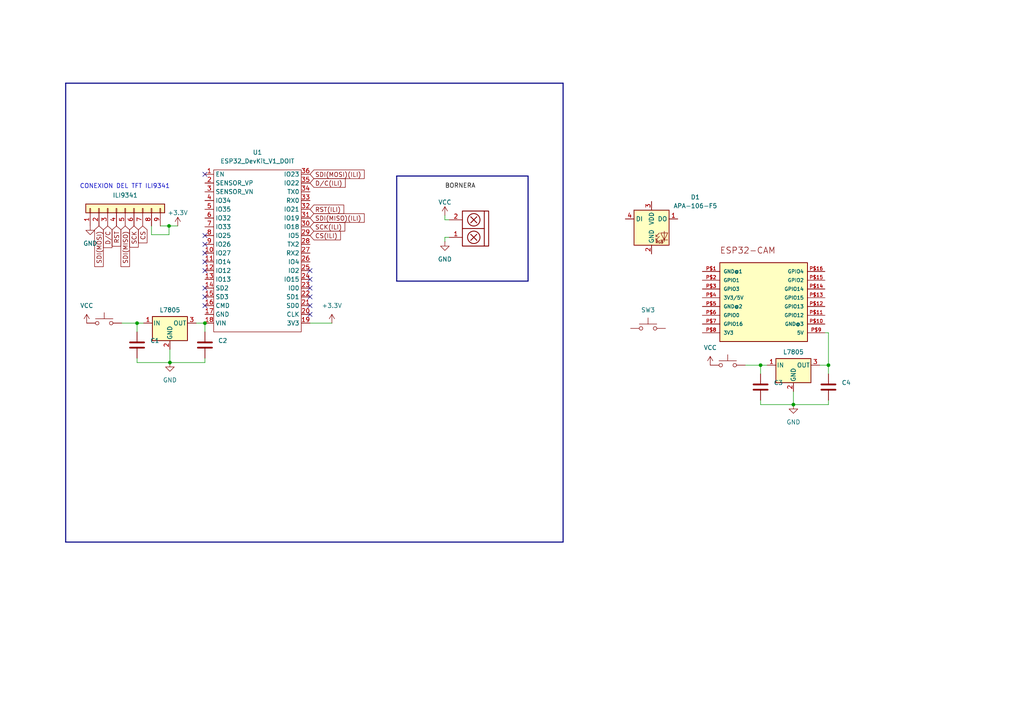
<source format=kicad_sch>
(kicad_sch
	(version 20231120)
	(generator "eeschema")
	(generator_version "8.0")
	(uuid "fd5d43bd-1ad4-4f3c-8c0f-9dc9f319edad")
	(paper "A4")
	(lib_symbols
		(symbol "+3.3V_1"
			(power)
			(pin_numbers hide)
			(pin_names
				(offset 0) hide)
			(exclude_from_sim no)
			(in_bom yes)
			(on_board yes)
			(property "Reference" "#PWR"
				(at 0 -3.81 0)
				(effects
					(font
						(size 1.27 1.27)
					)
					(hide yes)
				)
			)
			(property "Value" "+3.3V"
				(at 0 3.556 0)
				(effects
					(font
						(size 1.27 1.27)
					)
				)
			)
			(property "Footprint" ""
				(at 0 0 0)
				(effects
					(font
						(size 1.27 1.27)
					)
					(hide yes)
				)
			)
			(property "Datasheet" ""
				(at 0 0 0)
				(effects
					(font
						(size 1.27 1.27)
					)
					(hide yes)
				)
			)
			(property "Description" "Power symbol creates a global label with name \"+3.3V\""
				(at 0 0 0)
				(effects
					(font
						(size 1.27 1.27)
					)
					(hide yes)
				)
			)
			(property "ki_keywords" "global power"
				(at 0 0 0)
				(effects
					(font
						(size 1.27 1.27)
					)
					(hide yes)
				)
			)
			(symbol "+3.3V_1_0_1"
				(polyline
					(pts
						(xy -0.762 1.27) (xy 0 2.54)
					)
					(stroke
						(width 0)
						(type default)
					)
					(fill
						(type none)
					)
				)
				(polyline
					(pts
						(xy 0 0) (xy 0 2.54)
					)
					(stroke
						(width 0)
						(type default)
					)
					(fill
						(type none)
					)
				)
				(polyline
					(pts
						(xy 0 2.54) (xy 0.762 1.27)
					)
					(stroke
						(width 0)
						(type default)
					)
					(fill
						(type none)
					)
				)
			)
			(symbol "+3.3V_1_1_1"
				(pin power_in line
					(at 0 0 90)
					(length 0)
					(name "~"
						(effects
							(font
								(size 1.27 1.27)
							)
						)
					)
					(number "1"
						(effects
							(font
								(size 1.27 1.27)
							)
						)
					)
				)
			)
		)
		(symbol "Connector_Generic:Conn_01x09"
			(pin_names
				(offset 1.016) hide)
			(exclude_from_sim no)
			(in_bom yes)
			(on_board yes)
			(property "Reference" "J"
				(at 0 12.7 0)
				(effects
					(font
						(size 1.27 1.27)
					)
				)
			)
			(property "Value" "Conn_01x09"
				(at 0 -12.7 0)
				(effects
					(font
						(size 1.27 1.27)
					)
				)
			)
			(property "Footprint" ""
				(at 0 0 0)
				(effects
					(font
						(size 1.27 1.27)
					)
					(hide yes)
				)
			)
			(property "Datasheet" "~"
				(at 0 0 0)
				(effects
					(font
						(size 1.27 1.27)
					)
					(hide yes)
				)
			)
			(property "Description" "Generic connector, single row, 01x09, script generated (kicad-library-utils/schlib/autogen/connector/)"
				(at 0 0 0)
				(effects
					(font
						(size 1.27 1.27)
					)
					(hide yes)
				)
			)
			(property "ki_keywords" "connector"
				(at 0 0 0)
				(effects
					(font
						(size 1.27 1.27)
					)
					(hide yes)
				)
			)
			(property "ki_fp_filters" "Connector*:*_1x??_*"
				(at 0 0 0)
				(effects
					(font
						(size 1.27 1.27)
					)
					(hide yes)
				)
			)
			(symbol "Conn_01x09_1_1"
				(rectangle
					(start -1.27 -10.033)
					(end 0 -10.287)
					(stroke
						(width 0.1524)
						(type default)
					)
					(fill
						(type none)
					)
				)
				(rectangle
					(start -1.27 -7.493)
					(end 0 -7.747)
					(stroke
						(width 0.1524)
						(type default)
					)
					(fill
						(type none)
					)
				)
				(rectangle
					(start -1.27 -4.953)
					(end 0 -5.207)
					(stroke
						(width 0.1524)
						(type default)
					)
					(fill
						(type none)
					)
				)
				(rectangle
					(start -1.27 -2.413)
					(end 0 -2.667)
					(stroke
						(width 0.1524)
						(type default)
					)
					(fill
						(type none)
					)
				)
				(rectangle
					(start -1.27 0.127)
					(end 0 -0.127)
					(stroke
						(width 0.1524)
						(type default)
					)
					(fill
						(type none)
					)
				)
				(rectangle
					(start -1.27 2.667)
					(end 0 2.413)
					(stroke
						(width 0.1524)
						(type default)
					)
					(fill
						(type none)
					)
				)
				(rectangle
					(start -1.27 5.207)
					(end 0 4.953)
					(stroke
						(width 0.1524)
						(type default)
					)
					(fill
						(type none)
					)
				)
				(rectangle
					(start -1.27 7.747)
					(end 0 7.493)
					(stroke
						(width 0.1524)
						(type default)
					)
					(fill
						(type none)
					)
				)
				(rectangle
					(start -1.27 10.287)
					(end 0 10.033)
					(stroke
						(width 0.1524)
						(type default)
					)
					(fill
						(type none)
					)
				)
				(rectangle
					(start -1.27 11.43)
					(end 1.27 -11.43)
					(stroke
						(width 0.254)
						(type default)
					)
					(fill
						(type background)
					)
				)
				(pin passive line
					(at -5.08 10.16 0)
					(length 3.81)
					(name "Pin_1"
						(effects
							(font
								(size 1.27 1.27)
							)
						)
					)
					(number "1"
						(effects
							(font
								(size 1.27 1.27)
							)
						)
					)
				)
				(pin passive line
					(at -5.08 7.62 0)
					(length 3.81)
					(name "Pin_2"
						(effects
							(font
								(size 1.27 1.27)
							)
						)
					)
					(number "2"
						(effects
							(font
								(size 1.27 1.27)
							)
						)
					)
				)
				(pin passive line
					(at -5.08 5.08 0)
					(length 3.81)
					(name "Pin_3"
						(effects
							(font
								(size 1.27 1.27)
							)
						)
					)
					(number "3"
						(effects
							(font
								(size 1.27 1.27)
							)
						)
					)
				)
				(pin passive line
					(at -5.08 2.54 0)
					(length 3.81)
					(name "Pin_4"
						(effects
							(font
								(size 1.27 1.27)
							)
						)
					)
					(number "4"
						(effects
							(font
								(size 1.27 1.27)
							)
						)
					)
				)
				(pin passive line
					(at -5.08 0 0)
					(length 3.81)
					(name "Pin_5"
						(effects
							(font
								(size 1.27 1.27)
							)
						)
					)
					(number "5"
						(effects
							(font
								(size 1.27 1.27)
							)
						)
					)
				)
				(pin passive line
					(at -5.08 -2.54 0)
					(length 3.81)
					(name "Pin_6"
						(effects
							(font
								(size 1.27 1.27)
							)
						)
					)
					(number "6"
						(effects
							(font
								(size 1.27 1.27)
							)
						)
					)
				)
				(pin passive line
					(at -5.08 -5.08 0)
					(length 3.81)
					(name "Pin_7"
						(effects
							(font
								(size 1.27 1.27)
							)
						)
					)
					(number "7"
						(effects
							(font
								(size 1.27 1.27)
							)
						)
					)
				)
				(pin passive line
					(at -5.08 -7.62 0)
					(length 3.81)
					(name "Pin_8"
						(effects
							(font
								(size 1.27 1.27)
							)
						)
					)
					(number "8"
						(effects
							(font
								(size 1.27 1.27)
							)
						)
					)
				)
				(pin passive line
					(at -5.08 -10.16 0)
					(length 3.81)
					(name "Pin_9"
						(effects
							(font
								(size 1.27 1.27)
							)
						)
					)
					(number "9"
						(effects
							(font
								(size 1.27 1.27)
							)
						)
					)
				)
			)
		)
		(symbol "Device:C"
			(pin_numbers hide)
			(pin_names
				(offset 0.254)
			)
			(exclude_from_sim no)
			(in_bom yes)
			(on_board yes)
			(property "Reference" "C"
				(at 0.635 2.54 0)
				(effects
					(font
						(size 1.27 1.27)
					)
					(justify left)
				)
			)
			(property "Value" "C"
				(at 0.635 -2.54 0)
				(effects
					(font
						(size 1.27 1.27)
					)
					(justify left)
				)
			)
			(property "Footprint" ""
				(at 0.9652 -3.81 0)
				(effects
					(font
						(size 1.27 1.27)
					)
					(hide yes)
				)
			)
			(property "Datasheet" "~"
				(at 0 0 0)
				(effects
					(font
						(size 1.27 1.27)
					)
					(hide yes)
				)
			)
			(property "Description" "Unpolarized capacitor"
				(at 0 0 0)
				(effects
					(font
						(size 1.27 1.27)
					)
					(hide yes)
				)
			)
			(property "ki_keywords" "cap capacitor"
				(at 0 0 0)
				(effects
					(font
						(size 1.27 1.27)
					)
					(hide yes)
				)
			)
			(property "ki_fp_filters" "C_*"
				(at 0 0 0)
				(effects
					(font
						(size 1.27 1.27)
					)
					(hide yes)
				)
			)
			(symbol "C_0_1"
				(polyline
					(pts
						(xy -2.032 -0.762) (xy 2.032 -0.762)
					)
					(stroke
						(width 0.508)
						(type default)
					)
					(fill
						(type none)
					)
				)
				(polyline
					(pts
						(xy -2.032 0.762) (xy 2.032 0.762)
					)
					(stroke
						(width 0.508)
						(type default)
					)
					(fill
						(type none)
					)
				)
			)
			(symbol "C_1_1"
				(pin passive line
					(at 0 3.81 270)
					(length 2.794)
					(name "~"
						(effects
							(font
								(size 1.27 1.27)
							)
						)
					)
					(number "1"
						(effects
							(font
								(size 1.27 1.27)
							)
						)
					)
				)
				(pin passive line
					(at 0 -3.81 90)
					(length 2.794)
					(name "~"
						(effects
							(font
								(size 1.27 1.27)
							)
						)
					)
					(number "2"
						(effects
							(font
								(size 1.27 1.27)
							)
						)
					)
				)
			)
		)
		(symbol "EESTN5:ESP32_DevKit_V1_DOIT"
			(exclude_from_sim no)
			(in_bom yes)
			(on_board yes)
			(property "Reference" "U"
				(at -11.43 34.29 0)
				(effects
					(font
						(size 1.27 1.27)
					)
				)
			)
			(property "Value" "ESP32_DevKit_V1_DOIT"
				(at 11.43 34.29 0)
				(effects
					(font
						(size 1.27 1.27)
					)
				)
			)
			(property "Footprint" "ESP32_DevKit_V1_DOIT:esp32_devkit_v1_doit"
				(at -11.43 34.29 0)
				(effects
					(font
						(size 1.27 1.27)
					)
					(hide yes)
				)
			)
			(property "Datasheet" ""
				(at -11.43 34.29 0)
				(effects
					(font
						(size 1.27 1.27)
					)
					(hide yes)
				)
			)
			(property "Description" ""
				(at 0 0 0)
				(effects
					(font
						(size 1.27 1.27)
					)
					(hide yes)
				)
			)
			(property "ki_fp_filters" "esp32?devkit?v1?doit*"
				(at 0 0 0)
				(effects
					(font
						(size 1.27 1.27)
					)
					(hide yes)
				)
			)
			(symbol "ESP32_DevKit_V1_DOIT_0_0"
				(pin bidirectional line
					(at 15.24 25.4 180)
					(length 2.54)
					(name "TX0"
						(effects
							(font
								(size 1.27 1.27)
							)
						)
					)
					(number "34"
						(effects
							(font
								(size 1.27 1.27)
							)
						)
					)
				)
				(pin bidirectional line
					(at 15.24 27.94 180)
					(length 2.54)
					(name "IO22"
						(effects
							(font
								(size 1.27 1.27)
							)
						)
					)
					(number "35"
						(effects
							(font
								(size 1.27 1.27)
							)
						)
					)
				)
				(pin bidirectional line
					(at 15.24 30.48 180)
					(length 2.54)
					(name "IO23"
						(effects
							(font
								(size 1.27 1.27)
							)
						)
					)
					(number "36"
						(effects
							(font
								(size 1.27 1.27)
							)
						)
					)
				)
			)
			(symbol "ESP32_DevKit_V1_DOIT_0_1"
				(rectangle
					(start -12.7 31.75)
					(end 12.7 -15.24)
					(stroke
						(width 0)
						(type solid)
					)
					(fill
						(type none)
					)
				)
			)
			(symbol "ESP32_DevKit_V1_DOIT_1_1"
				(pin input line
					(at -15.24 30.48 0)
					(length 2.54)
					(name "EN"
						(effects
							(font
								(size 1.27 1.27)
							)
						)
					)
					(number "1"
						(effects
							(font
								(size 1.27 1.27)
							)
						)
					)
				)
				(pin bidirectional line
					(at -15.24 7.62 0)
					(length 2.54)
					(name "IO27"
						(effects
							(font
								(size 1.27 1.27)
							)
						)
					)
					(number "10"
						(effects
							(font
								(size 1.27 1.27)
							)
						)
					)
				)
				(pin bidirectional line
					(at -15.24 5.08 0)
					(length 2.54)
					(name "IO14"
						(effects
							(font
								(size 1.27 1.27)
							)
						)
					)
					(number "11"
						(effects
							(font
								(size 1.27 1.27)
							)
						)
					)
				)
				(pin bidirectional line
					(at -15.24 2.54 0)
					(length 2.54)
					(name "IO12"
						(effects
							(font
								(size 1.27 1.27)
							)
						)
					)
					(number "12"
						(effects
							(font
								(size 1.27 1.27)
							)
						)
					)
				)
				(pin bidirectional line
					(at -15.24 0 0)
					(length 2.54)
					(name "IO13"
						(effects
							(font
								(size 1.27 1.27)
							)
						)
					)
					(number "13"
						(effects
							(font
								(size 1.27 1.27)
							)
						)
					)
				)
				(pin bidirectional line
					(at -15.24 -2.54 0)
					(length 2.54)
					(name "SD2"
						(effects
							(font
								(size 1.27 1.27)
							)
						)
					)
					(number "14"
						(effects
							(font
								(size 1.27 1.27)
							)
						)
					)
				)
				(pin bidirectional line
					(at -15.24 -5.08 0)
					(length 2.54)
					(name "SD3"
						(effects
							(font
								(size 1.27 1.27)
							)
						)
					)
					(number "15"
						(effects
							(font
								(size 1.27 1.27)
							)
						)
					)
				)
				(pin bidirectional line
					(at -15.24 -7.62 0)
					(length 2.54)
					(name "CMD"
						(effects
							(font
								(size 1.27 1.27)
							)
						)
					)
					(number "16"
						(effects
							(font
								(size 1.27 1.27)
							)
						)
					)
				)
				(pin power_in line
					(at -15.24 -10.16 0)
					(length 2.54)
					(name "GND"
						(effects
							(font
								(size 1.27 1.27)
							)
						)
					)
					(number "17"
						(effects
							(font
								(size 1.27 1.27)
							)
						)
					)
				)
				(pin power_in line
					(at -15.24 -12.7 0)
					(length 2.54)
					(name "VIN"
						(effects
							(font
								(size 1.27 1.27)
							)
						)
					)
					(number "18"
						(effects
							(font
								(size 1.27 1.27)
							)
						)
					)
				)
				(pin power_in line
					(at 15.24 -12.7 180)
					(length 2.54)
					(name "3V3"
						(effects
							(font
								(size 1.27 1.27)
							)
						)
					)
					(number "19"
						(effects
							(font
								(size 1.27 1.27)
							)
						)
					)
				)
				(pin input line
					(at -15.24 27.94 0)
					(length 2.54)
					(name "SENSOR_VP"
						(effects
							(font
								(size 1.27 1.27)
							)
						)
					)
					(number "2"
						(effects
							(font
								(size 1.27 1.27)
							)
						)
					)
				)
				(pin bidirectional line
					(at 15.24 -10.16 180)
					(length 2.54)
					(name "CLK"
						(effects
							(font
								(size 1.27 1.27)
							)
						)
					)
					(number "20"
						(effects
							(font
								(size 1.27 1.27)
							)
						)
					)
				)
				(pin bidirectional line
					(at 15.24 -7.62 180)
					(length 2.54)
					(name "SD0"
						(effects
							(font
								(size 1.27 1.27)
							)
						)
					)
					(number "21"
						(effects
							(font
								(size 1.27 1.27)
							)
						)
					)
				)
				(pin bidirectional line
					(at 15.24 -5.08 180)
					(length 2.54)
					(name "SD1"
						(effects
							(font
								(size 1.27 1.27)
							)
						)
					)
					(number "22"
						(effects
							(font
								(size 1.27 1.27)
							)
						)
					)
				)
				(pin bidirectional line
					(at 15.24 -2.54 180)
					(length 2.54)
					(name "IO0"
						(effects
							(font
								(size 1.27 1.27)
							)
						)
					)
					(number "23"
						(effects
							(font
								(size 1.27 1.27)
							)
						)
					)
				)
				(pin bidirectional line
					(at 15.24 0 180)
					(length 2.54)
					(name "IO15"
						(effects
							(font
								(size 1.27 1.27)
							)
						)
					)
					(number "24"
						(effects
							(font
								(size 1.27 1.27)
							)
						)
					)
				)
				(pin bidirectional line
					(at 15.24 2.54 180)
					(length 2.54)
					(name "IO2"
						(effects
							(font
								(size 1.27 1.27)
							)
						)
					)
					(number "25"
						(effects
							(font
								(size 1.27 1.27)
							)
						)
					)
				)
				(pin bidirectional line
					(at 15.24 5.08 180)
					(length 2.54)
					(name "IO4"
						(effects
							(font
								(size 1.27 1.27)
							)
						)
					)
					(number "26"
						(effects
							(font
								(size 1.27 1.27)
							)
						)
					)
				)
				(pin bidirectional line
					(at 15.24 7.62 180)
					(length 2.54)
					(name "RX2"
						(effects
							(font
								(size 1.27 1.27)
							)
						)
					)
					(number "27"
						(effects
							(font
								(size 1.27 1.27)
							)
						)
					)
				)
				(pin bidirectional line
					(at 15.24 10.16 180)
					(length 2.54)
					(name "TX2"
						(effects
							(font
								(size 1.27 1.27)
							)
						)
					)
					(number "28"
						(effects
							(font
								(size 1.27 1.27)
							)
						)
					)
				)
				(pin bidirectional line
					(at 15.24 12.7 180)
					(length 2.54)
					(name "IO5"
						(effects
							(font
								(size 1.27 1.27)
							)
						)
					)
					(number "29"
						(effects
							(font
								(size 1.27 1.27)
							)
						)
					)
				)
				(pin input line
					(at -15.24 25.4 0)
					(length 2.54)
					(name "SENSOR_VN"
						(effects
							(font
								(size 1.27 1.27)
							)
						)
					)
					(number "3"
						(effects
							(font
								(size 1.27 1.27)
							)
						)
					)
				)
				(pin bidirectional line
					(at 15.24 15.24 180)
					(length 2.54)
					(name "IO18"
						(effects
							(font
								(size 1.27 1.27)
							)
						)
					)
					(number "30"
						(effects
							(font
								(size 1.27 1.27)
							)
						)
					)
				)
				(pin bidirectional line
					(at 15.24 17.78 180)
					(length 2.54)
					(name "IO19"
						(effects
							(font
								(size 1.27 1.27)
							)
						)
					)
					(number "31"
						(effects
							(font
								(size 1.27 1.27)
							)
						)
					)
				)
				(pin bidirectional line
					(at 15.24 20.32 180)
					(length 2.54)
					(name "IO21"
						(effects
							(font
								(size 1.27 1.27)
							)
						)
					)
					(number "32"
						(effects
							(font
								(size 1.27 1.27)
							)
						)
					)
				)
				(pin bidirectional line
					(at 15.24 22.86 180)
					(length 2.54)
					(name "RX0"
						(effects
							(font
								(size 1.27 1.27)
							)
						)
					)
					(number "33"
						(effects
							(font
								(size 1.27 1.27)
							)
						)
					)
				)
				(pin input line
					(at -15.24 22.86 0)
					(length 2.54)
					(name "IO34"
						(effects
							(font
								(size 1.27 1.27)
							)
						)
					)
					(number "4"
						(effects
							(font
								(size 1.27 1.27)
							)
						)
					)
				)
				(pin input line
					(at -15.24 20.32 0)
					(length 2.54)
					(name "IO35"
						(effects
							(font
								(size 1.27 1.27)
							)
						)
					)
					(number "5"
						(effects
							(font
								(size 1.27 1.27)
							)
						)
					)
				)
				(pin bidirectional line
					(at -15.24 17.78 0)
					(length 2.54)
					(name "IO32"
						(effects
							(font
								(size 1.27 1.27)
							)
						)
					)
					(number "6"
						(effects
							(font
								(size 1.27 1.27)
							)
						)
					)
				)
				(pin bidirectional line
					(at -15.24 15.24 0)
					(length 2.54)
					(name "IO33"
						(effects
							(font
								(size 1.27 1.27)
							)
						)
					)
					(number "7"
						(effects
							(font
								(size 1.27 1.27)
							)
						)
					)
				)
				(pin bidirectional line
					(at -15.24 12.7 0)
					(length 2.54)
					(name "IO25"
						(effects
							(font
								(size 1.27 1.27)
							)
						)
					)
					(number "8"
						(effects
							(font
								(size 1.27 1.27)
							)
						)
					)
				)
				(pin bidirectional line
					(at -15.24 10.16 0)
					(length 2.54)
					(name "IO26"
						(effects
							(font
								(size 1.27 1.27)
							)
						)
					)
					(number "9"
						(effects
							(font
								(size 1.27 1.27)
							)
						)
					)
				)
			)
		)
		(symbol "EESTN5:SW_Push"
			(pin_numbers hide)
			(pin_names
				(offset 1.016) hide)
			(exclude_from_sim no)
			(in_bom yes)
			(on_board yes)
			(property "Reference" "SW"
				(at 1.27 2.54 0)
				(effects
					(font
						(size 1.27 1.27)
					)
					(justify left)
				)
			)
			(property "Value" "SW_Push"
				(at 0 -1.524 0)
				(effects
					(font
						(size 1.27 1.27)
					)
					(hide yes)
				)
			)
			(property "Footprint" ""
				(at 0 5.08 0)
				(effects
					(font
						(size 1.27 1.27)
					)
				)
			)
			(property "Datasheet" ""
				(at 0 5.08 0)
				(effects
					(font
						(size 1.27 1.27)
					)
				)
			)
			(property "Description" "Push button switch, generic, two pins"
				(at 0 0 0)
				(effects
					(font
						(size 1.27 1.27)
					)
					(hide yes)
				)
			)
			(property "ki_keywords" "switch normally-open pushbutton push-button"
				(at 0 0 0)
				(effects
					(font
						(size 1.27 1.27)
					)
					(hide yes)
				)
			)
			(property "ki_fp_filters" "PUL* SW* SPST*"
				(at 0 0 0)
				(effects
					(font
						(size 1.27 1.27)
					)
					(hide yes)
				)
			)
			(symbol "SW_Push_0_1"
				(circle
					(center -2.032 0)
					(radius 0.508)
					(stroke
						(width 0)
						(type solid)
					)
					(fill
						(type none)
					)
				)
				(polyline
					(pts
						(xy 0 1.27) (xy 0 3.048)
					)
					(stroke
						(width 0)
						(type solid)
					)
					(fill
						(type none)
					)
				)
				(polyline
					(pts
						(xy 2.54 1.27) (xy -2.54 1.27)
					)
					(stroke
						(width 0)
						(type solid)
					)
					(fill
						(type none)
					)
				)
				(circle
					(center 2.032 0)
					(radius 0.508)
					(stroke
						(width 0)
						(type solid)
					)
					(fill
						(type none)
					)
				)
				(pin passive line
					(at -5.08 0 0)
					(length 2.54)
					(name "1"
						(effects
							(font
								(size 1.27 1.27)
							)
						)
					)
					(number "1"
						(effects
							(font
								(size 1.27 1.27)
							)
						)
					)
				)
				(pin passive line
					(at 5.08 0 180)
					(length 2.54)
					(name "2"
						(effects
							(font
								(size 1.27 1.27)
							)
						)
					)
					(number "2"
						(effects
							(font
								(size 1.27 1.27)
							)
						)
					)
				)
			)
		)
		(symbol "EESTN5:TB_1X2"
			(pin_names
				(offset 1.016)
			)
			(exclude_from_sim no)
			(in_bom yes)
			(on_board yes)
			(property "Reference" "J"
				(at 0 7.62 0)
				(effects
					(font
						(size 1.524 1.524)
					)
				)
			)
			(property "Value" "TB_1X2"
				(at 1.27 -7.62 0)
				(effects
					(font
						(size 1.524 1.524)
					)
				)
			)
			(property "Footprint" ""
				(at -1.27 1.27 0)
				(effects
					(font
						(size 1.524 1.524)
					)
				)
			)
			(property "Datasheet" ""
				(at -1.27 1.27 0)
				(effects
					(font
						(size 1.524 1.524)
					)
				)
			)
			(property "Description" ""
				(at 0 0 0)
				(effects
					(font
						(size 1.27 1.27)
					)
					(hide yes)
				)
			)
			(property "ki_fp_filters" "BORNERA* TB*"
				(at 0 0 0)
				(effects
					(font
						(size 1.27 1.27)
					)
					(hide yes)
				)
			)
			(symbol "TB_1X2_0_1"
				(rectangle
					(start -2.54 5.08)
					(end 5.08 -5.08)
					(stroke
						(width 0.254)
						(type solid)
					)
					(fill
						(type none)
					)
				)
				(polyline
					(pts
						(xy -1.27 0) (xy 5.08 0)
					)
					(stroke
						(width 0.254)
						(type solid)
					)
					(fill
						(type none)
					)
				)
				(polyline
					(pts
						(xy -1.27 5.08) (xy -1.27 -5.08)
					)
					(stroke
						(width 0.254)
						(type solid)
					)
					(fill
						(type none)
					)
				)
				(polyline
					(pts
						(xy 0.889 -3.429) (xy 2.667 -1.651)
					)
					(stroke
						(width 0.254)
						(type solid)
					)
					(fill
						(type none)
					)
				)
				(polyline
					(pts
						(xy 0.889 -1.651) (xy 2.667 -3.429)
					)
					(stroke
						(width 0.254)
						(type solid)
					)
					(fill
						(type none)
					)
				)
				(polyline
					(pts
						(xy 0.889 1.651) (xy 2.667 3.429)
					)
					(stroke
						(width 0.254)
						(type solid)
					)
					(fill
						(type none)
					)
				)
				(polyline
					(pts
						(xy 0.889 3.429) (xy 2.667 1.651)
					)
					(stroke
						(width 0.254)
						(type solid)
					)
					(fill
						(type none)
					)
				)
				(circle
					(center 1.778 -2.54)
					(radius 1.8034)
					(stroke
						(width 0.254)
						(type solid)
					)
					(fill
						(type none)
					)
				)
				(circle
					(center 1.778 2.54)
					(radius 1.8034)
					(stroke
						(width 0.254)
						(type solid)
					)
					(fill
						(type none)
					)
				)
			)
			(symbol "TB_1X2_1_1"
				(pin input line
					(at 8.89 2.54 180)
					(length 3.81)
					(name "~"
						(effects
							(font
								(size 1.27 1.27)
							)
						)
					)
					(number "1"
						(effects
							(font
								(size 1.27 1.27)
							)
						)
					)
				)
				(pin input line
					(at 8.89 -2.54 180)
					(length 3.81)
					(name "~"
						(effects
							(font
								(size 1.27 1.27)
							)
						)
					)
					(number "2"
						(effects
							(font
								(size 1.27 1.27)
							)
						)
					)
				)
			)
		)
		(symbol "ESP32-CAM:ESP32-CAM"
			(pin_names
				(offset 1.016)
			)
			(exclude_from_sim no)
			(in_bom yes)
			(on_board yes)
			(property "Reference" "U"
				(at 0 0 0)
				(effects
					(font
						(size 1.27 1.27)
					)
					(justify left bottom)
					(hide yes)
				)
			)
			(property "Value" "ESP32-CAM"
				(at 0 0 0)
				(effects
					(font
						(size 1.27 1.27)
					)
					(justify left bottom)
					(hide yes)
				)
			)
			(property "Footprint" "ESP32-CAM"
				(at 0 0 0)
				(effects
					(font
						(size 1.27 1.27)
					)
					(justify left bottom)
					(hide yes)
				)
			)
			(property "Datasheet" ""
				(at 0 0 0)
				(effects
					(font
						(size 1.27 1.27)
					)
					(justify left bottom)
					(hide yes)
				)
			)
			(property "Description" "Olimex Ltd."
				(at 0 0 0)
				(effects
					(font
						(size 1.27 1.27)
					)
					(justify left bottom)
					(hide yes)
				)
			)
			(property "Description_1" "\\n                        \\n                            WiFi Development Tools - 802.11\\n                        \\n"
				(at 0 0 0)
				(effects
					(font
						(size 1.27 1.27)
					)
					(justify left bottom)
					(hide yes)
				)
			)
			(property "Package" "None"
				(at 0 0 0)
				(effects
					(font
						(size 1.27 1.27)
					)
					(justify left bottom)
					(hide yes)
				)
			)
			(property "Price" "None"
				(at 0 0 0)
				(effects
					(font
						(size 1.27 1.27)
					)
					(justify left bottom)
					(hide yes)
				)
			)
			(property "SnapEDA_Link" "https://www.snapeda.com/parts/ESP32-CAM/Olimex/view-part/?ref=snap"
				(at 0 0 0)
				(effects
					(font
						(size 1.27 1.27)
					)
					(justify left bottom)
					(hide yes)
				)
			)
			(property "MP" "ESP32-CAM"
				(at 0 0 0)
				(effects
					(font
						(size 1.27 1.27)
					)
					(justify left bottom)
					(hide yes)
				)
			)
			(property "Availability" "Not in stock"
				(at 0 0 0)
				(effects
					(font
						(size 1.27 1.27)
					)
					(justify left bottom)
					(hide yes)
				)
			)
			(property "Check_prices" "https://www.snapeda.com/parts/ESP32-CAM/Olimex/view-part/?ref=eda"
				(at 0 0 0)
				(effects
					(font
						(size 1.27 1.27)
					)
					(justify left bottom)
					(hide yes)
				)
			)
			(property "ki_locked" ""
				(at 0 0 0)
				(effects
					(font
						(size 1.27 1.27)
					)
				)
			)
			(symbol "ESP32-CAM_0_0"
				(rectangle
					(start -12.7 -10.16)
					(end 12.7 12.7)
					(stroke
						(width 0.254)
						(type solid)
					)
					(fill
						(type background)
					)
				)
				(text "ESP32-CAM"
					(at -12.7 15.24 0)
					(effects
						(font
							(size 1.778 1.778)
						)
						(justify left bottom)
					)
				)
				(pin bidirectional line
					(at -17.78 10.16 0)
					(length 5.08)
					(name "GND@1"
						(effects
							(font
								(size 1.016 1.016)
							)
						)
					)
					(number "P$1"
						(effects
							(font
								(size 1.016 1.016)
							)
						)
					)
				)
				(pin bidirectional line
					(at 17.78 -5.08 180)
					(length 5.08)
					(name "GND@3"
						(effects
							(font
								(size 1.016 1.016)
							)
						)
					)
					(number "P$10"
						(effects
							(font
								(size 1.016 1.016)
							)
						)
					)
				)
				(pin bidirectional line
					(at 17.78 -2.54 180)
					(length 5.08)
					(name "GPIO12"
						(effects
							(font
								(size 1.016 1.016)
							)
						)
					)
					(number "P$11"
						(effects
							(font
								(size 1.016 1.016)
							)
						)
					)
				)
				(pin bidirectional line
					(at 17.78 0 180)
					(length 5.08)
					(name "GPIO13"
						(effects
							(font
								(size 1.016 1.016)
							)
						)
					)
					(number "P$12"
						(effects
							(font
								(size 1.016 1.016)
							)
						)
					)
				)
				(pin bidirectional line
					(at 17.78 2.54 180)
					(length 5.08)
					(name "GPIO15"
						(effects
							(font
								(size 1.016 1.016)
							)
						)
					)
					(number "P$13"
						(effects
							(font
								(size 1.016 1.016)
							)
						)
					)
				)
				(pin bidirectional line
					(at 17.78 5.08 180)
					(length 5.08)
					(name "GPIO14"
						(effects
							(font
								(size 1.016 1.016)
							)
						)
					)
					(number "P$14"
						(effects
							(font
								(size 1.016 1.016)
							)
						)
					)
				)
				(pin bidirectional line
					(at 17.78 7.62 180)
					(length 5.08)
					(name "GPIO2"
						(effects
							(font
								(size 1.016 1.016)
							)
						)
					)
					(number "P$15"
						(effects
							(font
								(size 1.016 1.016)
							)
						)
					)
				)
				(pin bidirectional line
					(at 17.78 10.16 180)
					(length 5.08)
					(name "GPIO4"
						(effects
							(font
								(size 1.016 1.016)
							)
						)
					)
					(number "P$16"
						(effects
							(font
								(size 1.016 1.016)
							)
						)
					)
				)
				(pin bidirectional line
					(at -17.78 7.62 0)
					(length 5.08)
					(name "GPIO1"
						(effects
							(font
								(size 1.016 1.016)
							)
						)
					)
					(number "P$2"
						(effects
							(font
								(size 1.016 1.016)
							)
						)
					)
				)
				(pin bidirectional line
					(at -17.78 5.08 0)
					(length 5.08)
					(name "GPIO3"
						(effects
							(font
								(size 1.016 1.016)
							)
						)
					)
					(number "P$3"
						(effects
							(font
								(size 1.016 1.016)
							)
						)
					)
				)
				(pin bidirectional line
					(at -17.78 2.54 0)
					(length 5.08)
					(name "3V3/5V"
						(effects
							(font
								(size 1.016 1.016)
							)
						)
					)
					(number "P$4"
						(effects
							(font
								(size 1.016 1.016)
							)
						)
					)
				)
				(pin bidirectional line
					(at -17.78 0 0)
					(length 5.08)
					(name "GND@2"
						(effects
							(font
								(size 1.016 1.016)
							)
						)
					)
					(number "P$5"
						(effects
							(font
								(size 1.016 1.016)
							)
						)
					)
				)
				(pin bidirectional line
					(at -17.78 -2.54 0)
					(length 5.08)
					(name "GPIO0"
						(effects
							(font
								(size 1.016 1.016)
							)
						)
					)
					(number "P$6"
						(effects
							(font
								(size 1.016 1.016)
							)
						)
					)
				)
				(pin bidirectional line
					(at -17.78 -5.08 0)
					(length 5.08)
					(name "GPIO16"
						(effects
							(font
								(size 1.016 1.016)
							)
						)
					)
					(number "P$7"
						(effects
							(font
								(size 1.016 1.016)
							)
						)
					)
				)
				(pin bidirectional line
					(at -17.78 -7.62 0)
					(length 5.08)
					(name "3V3"
						(effects
							(font
								(size 1.016 1.016)
							)
						)
					)
					(number "P$8"
						(effects
							(font
								(size 1.016 1.016)
							)
						)
					)
				)
				(pin bidirectional line
					(at 17.78 -7.62 180)
					(length 5.08)
					(name "5V"
						(effects
							(font
								(size 1.016 1.016)
							)
						)
					)
					(number "P$9"
						(effects
							(font
								(size 1.016 1.016)
							)
						)
					)
				)
			)
		)
		(symbol "GND_1"
			(power)
			(pin_numbers hide)
			(pin_names
				(offset 0) hide)
			(exclude_from_sim no)
			(in_bom yes)
			(on_board yes)
			(property "Reference" "#PWR"
				(at 0 -6.35 0)
				(effects
					(font
						(size 1.27 1.27)
					)
					(hide yes)
				)
			)
			(property "Value" "GND"
				(at 0 -3.81 0)
				(effects
					(font
						(size 1.27 1.27)
					)
				)
			)
			(property "Footprint" ""
				(at 0 0 0)
				(effects
					(font
						(size 1.27 1.27)
					)
					(hide yes)
				)
			)
			(property "Datasheet" ""
				(at 0 0 0)
				(effects
					(font
						(size 1.27 1.27)
					)
					(hide yes)
				)
			)
			(property "Description" "Power symbol creates a global label with name \"GND\" , ground"
				(at 0 0 0)
				(effects
					(font
						(size 1.27 1.27)
					)
					(hide yes)
				)
			)
			(property "ki_keywords" "global power"
				(at 0 0 0)
				(effects
					(font
						(size 1.27 1.27)
					)
					(hide yes)
				)
			)
			(symbol "GND_1_0_1"
				(polyline
					(pts
						(xy 0 0) (xy 0 -1.27) (xy 1.27 -1.27) (xy 0 -2.54) (xy -1.27 -1.27) (xy 0 -1.27)
					)
					(stroke
						(width 0)
						(type default)
					)
					(fill
						(type none)
					)
				)
			)
			(symbol "GND_1_1_1"
				(pin power_in line
					(at 0 0 270)
					(length 0)
					(name "~"
						(effects
							(font
								(size 1.27 1.27)
							)
						)
					)
					(number "1"
						(effects
							(font
								(size 1.27 1.27)
							)
						)
					)
				)
			)
		)
		(symbol "LED:APA-106-F5"
			(exclude_from_sim no)
			(in_bom yes)
			(on_board yes)
			(property "Reference" "D"
				(at 5.08 5.715 0)
				(effects
					(font
						(size 1.27 1.27)
					)
					(justify right bottom)
				)
			)
			(property "Value" "APA-106-F5"
				(at 1.27 -5.715 0)
				(effects
					(font
						(size 1.27 1.27)
					)
					(justify left top)
				)
			)
			(property "Footprint" "LED_THT:LED_D5.0mm-4_RGB"
				(at 1.27 -7.62 0)
				(effects
					(font
						(size 1.27 1.27)
					)
					(justify left top)
					(hide yes)
				)
			)
			(property "Datasheet" "https://cdn.sparkfun.com/datasheets/Components/LED/COM-12877.pdf"
				(at 2.54 -9.525 0)
				(effects
					(font
						(size 1.27 1.27)
					)
					(justify left top)
					(hide yes)
				)
			)
			(property "Description" "RGB LED with integrated controller, 5mm Package"
				(at 0 0 0)
				(effects
					(font
						(size 1.27 1.27)
					)
					(hide yes)
				)
			)
			(property "ki_keywords" "RGB LED addressable 8bit pwm 5bit greyscale"
				(at 0 0 0)
				(effects
					(font
						(size 1.27 1.27)
					)
					(hide yes)
				)
			)
			(property "ki_fp_filters" "LED*D5.0mm*RGB*"
				(at 0 0 0)
				(effects
					(font
						(size 1.27 1.27)
					)
					(hide yes)
				)
			)
			(symbol "APA-106-F5_0_0"
				(text "RGB"
					(at 2.286 -4.191 0)
					(effects
						(font
							(size 0.762 0.762)
						)
					)
				)
			)
			(symbol "APA-106-F5_0_1"
				(polyline
					(pts
						(xy 1.27 -3.556) (xy 1.778 -3.556)
					)
					(stroke
						(width 0)
						(type default)
					)
					(fill
						(type none)
					)
				)
				(polyline
					(pts
						(xy 1.27 -2.54) (xy 1.778 -2.54)
					)
					(stroke
						(width 0)
						(type default)
					)
					(fill
						(type none)
					)
				)
				(polyline
					(pts
						(xy 4.699 -3.556) (xy 2.667 -3.556)
					)
					(stroke
						(width 0)
						(type default)
					)
					(fill
						(type none)
					)
				)
				(polyline
					(pts
						(xy 2.286 -2.54) (xy 1.27 -3.556) (xy 1.27 -3.048)
					)
					(stroke
						(width 0)
						(type default)
					)
					(fill
						(type none)
					)
				)
				(polyline
					(pts
						(xy 2.286 -1.524) (xy 1.27 -2.54) (xy 1.27 -2.032)
					)
					(stroke
						(width 0)
						(type default)
					)
					(fill
						(type none)
					)
				)
				(polyline
					(pts
						(xy 3.683 -1.016) (xy 3.683 -3.556) (xy 3.683 -4.064)
					)
					(stroke
						(width 0)
						(type default)
					)
					(fill
						(type none)
					)
				)
				(polyline
					(pts
						(xy 4.699 -1.524) (xy 2.667 -1.524) (xy 3.683 -3.556) (xy 4.699 -1.524)
					)
					(stroke
						(width 0)
						(type default)
					)
					(fill
						(type none)
					)
				)
				(rectangle
					(start 5.08 5.08)
					(end -5.08 -5.08)
					(stroke
						(width 0.254)
						(type default)
					)
					(fill
						(type background)
					)
				)
			)
			(symbol "APA-106-F5_1_1"
				(pin output line
					(at 7.62 2.54 180)
					(length 2.54)
					(name "DO"
						(effects
							(font
								(size 1.27 1.27)
							)
						)
					)
					(number "1"
						(effects
							(font
								(size 1.27 1.27)
							)
						)
					)
				)
				(pin power_in line
					(at 0 -7.62 90)
					(length 2.54)
					(name "GND"
						(effects
							(font
								(size 1.27 1.27)
							)
						)
					)
					(number "2"
						(effects
							(font
								(size 1.27 1.27)
							)
						)
					)
				)
				(pin power_in line
					(at 0 7.62 270)
					(length 2.54)
					(name "VDD"
						(effects
							(font
								(size 1.27 1.27)
							)
						)
					)
					(number "3"
						(effects
							(font
								(size 1.27 1.27)
							)
						)
					)
				)
				(pin input line
					(at -7.62 2.54 0)
					(length 2.54)
					(name "DI"
						(effects
							(font
								(size 1.27 1.27)
							)
						)
					)
					(number "4"
						(effects
							(font
								(size 1.27 1.27)
							)
						)
					)
				)
			)
		)
		(symbol "Regulator_Linear:L7805"
			(pin_names
				(offset 0.254)
			)
			(exclude_from_sim no)
			(in_bom yes)
			(on_board yes)
			(property "Reference" "U"
				(at -3.81 3.175 0)
				(effects
					(font
						(size 1.27 1.27)
					)
				)
			)
			(property "Value" "L7805"
				(at 0 3.175 0)
				(effects
					(font
						(size 1.27 1.27)
					)
					(justify left)
				)
			)
			(property "Footprint" ""
				(at 0.635 -3.81 0)
				(effects
					(font
						(size 1.27 1.27)
						(italic yes)
					)
					(justify left)
					(hide yes)
				)
			)
			(property "Datasheet" "http://www.st.com/content/ccc/resource/technical/document/datasheet/41/4f/b3/b0/12/d4/47/88/CD00000444.pdf/files/CD00000444.pdf/jcr:content/translations/en.CD00000444.pdf"
				(at 0 -1.27 0)
				(effects
					(font
						(size 1.27 1.27)
					)
					(hide yes)
				)
			)
			(property "Description" "Positive 1.5A 35V Linear Regulator, Fixed Output 5V, TO-220/TO-263/TO-252"
				(at 0 0 0)
				(effects
					(font
						(size 1.27 1.27)
					)
					(hide yes)
				)
			)
			(property "ki_keywords" "Voltage Regulator 1.5A Positive"
				(at 0 0 0)
				(effects
					(font
						(size 1.27 1.27)
					)
					(hide yes)
				)
			)
			(property "ki_fp_filters" "TO?252* TO?263* TO?220*"
				(at 0 0 0)
				(effects
					(font
						(size 1.27 1.27)
					)
					(hide yes)
				)
			)
			(symbol "L7805_0_1"
				(rectangle
					(start -5.08 1.905)
					(end 5.08 -5.08)
					(stroke
						(width 0.254)
						(type default)
					)
					(fill
						(type background)
					)
				)
			)
			(symbol "L7805_1_1"
				(pin power_in line
					(at -7.62 0 0)
					(length 2.54)
					(name "IN"
						(effects
							(font
								(size 1.27 1.27)
							)
						)
					)
					(number "1"
						(effects
							(font
								(size 1.27 1.27)
							)
						)
					)
				)
				(pin power_in line
					(at 0 -7.62 90)
					(length 2.54)
					(name "GND"
						(effects
							(font
								(size 1.27 1.27)
							)
						)
					)
					(number "2"
						(effects
							(font
								(size 1.27 1.27)
							)
						)
					)
				)
				(pin power_out line
					(at 7.62 0 180)
					(length 2.54)
					(name "OUT"
						(effects
							(font
								(size 1.27 1.27)
							)
						)
					)
					(number "3"
						(effects
							(font
								(size 1.27 1.27)
							)
						)
					)
				)
			)
		)
		(symbol "power:+3.3V"
			(power)
			(pin_names
				(offset 0)
			)
			(exclude_from_sim no)
			(in_bom yes)
			(on_board yes)
			(property "Reference" "#PWR"
				(at 0 -3.81 0)
				(effects
					(font
						(size 1.27 1.27)
					)
					(hide yes)
				)
			)
			(property "Value" "+3.3V"
				(at 0 3.556 0)
				(effects
					(font
						(size 1.27 1.27)
					)
				)
			)
			(property "Footprint" ""
				(at 0 0 0)
				(effects
					(font
						(size 1.27 1.27)
					)
					(hide yes)
				)
			)
			(property "Datasheet" ""
				(at 0 0 0)
				(effects
					(font
						(size 1.27 1.27)
					)
					(hide yes)
				)
			)
			(property "Description" "Power symbol creates a global label with name \"+3.3V\""
				(at 0 0 0)
				(effects
					(font
						(size 1.27 1.27)
					)
					(hide yes)
				)
			)
			(property "ki_keywords" "global power"
				(at 0 0 0)
				(effects
					(font
						(size 1.27 1.27)
					)
					(hide yes)
				)
			)
			(symbol "+3.3V_0_1"
				(polyline
					(pts
						(xy -0.762 1.27) (xy 0 2.54)
					)
					(stroke
						(width 0)
						(type default)
					)
					(fill
						(type none)
					)
				)
				(polyline
					(pts
						(xy 0 0) (xy 0 2.54)
					)
					(stroke
						(width 0)
						(type default)
					)
					(fill
						(type none)
					)
				)
				(polyline
					(pts
						(xy 0 2.54) (xy 0.762 1.27)
					)
					(stroke
						(width 0)
						(type default)
					)
					(fill
						(type none)
					)
				)
			)
			(symbol "+3.3V_1_1"
				(pin power_in line
					(at 0 0 90)
					(length 0) hide
					(name "+3.3V"
						(effects
							(font
								(size 1.27 1.27)
							)
						)
					)
					(number "1"
						(effects
							(font
								(size 1.27 1.27)
							)
						)
					)
				)
			)
		)
		(symbol "power:+9V"
			(power)
			(pin_names
				(offset 0)
			)
			(exclude_from_sim no)
			(in_bom yes)
			(on_board yes)
			(property "Reference" "#PWR"
				(at 0 -3.81 0)
				(effects
					(font
						(size 1.27 1.27)
					)
					(hide yes)
				)
			)
			(property "Value" "+9V"
				(at 0 3.556 0)
				(effects
					(font
						(size 1.27 1.27)
					)
				)
			)
			(property "Footprint" ""
				(at 0 0 0)
				(effects
					(font
						(size 1.27 1.27)
					)
					(hide yes)
				)
			)
			(property "Datasheet" ""
				(at 0 0 0)
				(effects
					(font
						(size 1.27 1.27)
					)
					(hide yes)
				)
			)
			(property "Description" "Power symbol creates a global label with name \"+9V\""
				(at 0 0 0)
				(effects
					(font
						(size 1.27 1.27)
					)
					(hide yes)
				)
			)
			(property "ki_keywords" "global power"
				(at 0 0 0)
				(effects
					(font
						(size 1.27 1.27)
					)
					(hide yes)
				)
			)
			(symbol "+9V_0_1"
				(polyline
					(pts
						(xy -0.762 1.27) (xy 0 2.54)
					)
					(stroke
						(width 0)
						(type default)
					)
					(fill
						(type none)
					)
				)
				(polyline
					(pts
						(xy 0 0) (xy 0 2.54)
					)
					(stroke
						(width 0)
						(type default)
					)
					(fill
						(type none)
					)
				)
				(polyline
					(pts
						(xy 0 2.54) (xy 0.762 1.27)
					)
					(stroke
						(width 0)
						(type default)
					)
					(fill
						(type none)
					)
				)
			)
			(symbol "+9V_1_1"
				(pin power_in line
					(at 0 0 90)
					(length 0) hide
					(name "+9V"
						(effects
							(font
								(size 1.27 1.27)
							)
						)
					)
					(number "1"
						(effects
							(font
								(size 1.27 1.27)
							)
						)
					)
				)
			)
		)
		(symbol "power:GND"
			(power)
			(pin_names
				(offset 0)
			)
			(exclude_from_sim no)
			(in_bom yes)
			(on_board yes)
			(property "Reference" "#PWR"
				(at 0 -6.35 0)
				(effects
					(font
						(size 1.27 1.27)
					)
					(hide yes)
				)
			)
			(property "Value" "GND"
				(at 0 -3.81 0)
				(effects
					(font
						(size 1.27 1.27)
					)
				)
			)
			(property "Footprint" ""
				(at 0 0 0)
				(effects
					(font
						(size 1.27 1.27)
					)
					(hide yes)
				)
			)
			(property "Datasheet" ""
				(at 0 0 0)
				(effects
					(font
						(size 1.27 1.27)
					)
					(hide yes)
				)
			)
			(property "Description" "Power symbol creates a global label with name \"GND\" , ground"
				(at 0 0 0)
				(effects
					(font
						(size 1.27 1.27)
					)
					(hide yes)
				)
			)
			(property "ki_keywords" "global power"
				(at 0 0 0)
				(effects
					(font
						(size 1.27 1.27)
					)
					(hide yes)
				)
			)
			(symbol "GND_0_1"
				(polyline
					(pts
						(xy 0 0) (xy 0 -1.27) (xy 1.27 -1.27) (xy 0 -2.54) (xy -1.27 -1.27) (xy 0 -1.27)
					)
					(stroke
						(width 0)
						(type default)
					)
					(fill
						(type none)
					)
				)
			)
			(symbol "GND_1_1"
				(pin power_in line
					(at 0 0 270)
					(length 0) hide
					(name "GND"
						(effects
							(font
								(size 1.27 1.27)
							)
						)
					)
					(number "1"
						(effects
							(font
								(size 1.27 1.27)
							)
						)
					)
				)
			)
		)
		(symbol "power:VCC"
			(power)
			(pin_names
				(offset 0)
			)
			(exclude_from_sim no)
			(in_bom yes)
			(on_board yes)
			(property "Reference" "#PWR"
				(at 0 -3.81 0)
				(effects
					(font
						(size 1.27 1.27)
					)
					(hide yes)
				)
			)
			(property "Value" "VCC"
				(at 0 3.81 0)
				(effects
					(font
						(size 1.27 1.27)
					)
				)
			)
			(property "Footprint" ""
				(at 0 0 0)
				(effects
					(font
						(size 1.27 1.27)
					)
					(hide yes)
				)
			)
			(property "Datasheet" ""
				(at 0 0 0)
				(effects
					(font
						(size 1.27 1.27)
					)
					(hide yes)
				)
			)
			(property "Description" "Power symbol creates a global label with name \"VCC\""
				(at 0 0 0)
				(effects
					(font
						(size 1.27 1.27)
					)
					(hide yes)
				)
			)
			(property "ki_keywords" "global power"
				(at 0 0 0)
				(effects
					(font
						(size 1.27 1.27)
					)
					(hide yes)
				)
			)
			(symbol "VCC_0_1"
				(polyline
					(pts
						(xy -0.762 1.27) (xy 0 2.54)
					)
					(stroke
						(width 0)
						(type default)
					)
					(fill
						(type none)
					)
				)
				(polyline
					(pts
						(xy 0 0) (xy 0 2.54)
					)
					(stroke
						(width 0)
						(type default)
					)
					(fill
						(type none)
					)
				)
				(polyline
					(pts
						(xy 0 2.54) (xy 0.762 1.27)
					)
					(stroke
						(width 0)
						(type default)
					)
					(fill
						(type none)
					)
				)
			)
			(symbol "VCC_1_1"
				(pin power_in line
					(at 0 0 90)
					(length 0) hide
					(name "VCC"
						(effects
							(font
								(size 1.27 1.27)
							)
						)
					)
					(number "1"
						(effects
							(font
								(size 1.27 1.27)
							)
						)
					)
				)
			)
		)
	)
	(junction
		(at 220.599 105.918)
		(diameter 0)
		(color 0 0 0 0)
		(uuid "283a1b0e-60f1-48ea-ae33-bd8b9049dda0")
	)
	(junction
		(at 39.751 93.726)
		(diameter 0)
		(color 0 0 0 0)
		(uuid "7de2da70-beb7-4174-8005-dfb9af378dde")
	)
	(junction
		(at 59.436 93.726)
		(diameter 0)
		(color 0 0 0 0)
		(uuid "847021be-7f08-449e-b9f0-945760f9aaad")
	)
	(junction
		(at 49.022 65.532)
		(diameter 0)
		(color 0 0 0 0)
		(uuid "a6a2db2e-b497-4c0f-a11a-905dba074516")
	)
	(junction
		(at 230.124 117.348)
		(diameter 0)
		(color 0 0 0 0)
		(uuid "d35ff9d4-ca69-4826-94d3-49d36e13069e")
	)
	(junction
		(at 49.276 105.156)
		(diameter 0)
		(color 0 0 0 0)
		(uuid "dcff9976-cff1-4b5f-aaf3-3d1861393c69")
	)
	(junction
		(at 240.284 105.918)
		(diameter 0)
		(color 0 0 0 0)
		(uuid "f84653ab-dae9-4743-a9ba-a0d251b205ec")
	)
	(no_connect
		(at 59.436 86.106)
		(uuid "00c4da81-a31c-472f-a087-a6f90c588d6c")
	)
	(no_connect
		(at 59.436 83.566)
		(uuid "222ae3b0-30c7-4835-a19b-9a3a1c24503a")
	)
	(no_connect
		(at 59.436 73.406)
		(uuid "279302a2-2a31-4bd2-afe0-7edbb4d51fdb")
	)
	(no_connect
		(at 59.436 88.646)
		(uuid "2908985b-5b1e-4239-b70a-2f34bfecb4f4")
	)
	(no_connect
		(at 59.436 70.866)
		(uuid "314d23a3-c8ac-4670-8aff-80a8fb17c8b2")
	)
	(no_connect
		(at 59.436 75.946)
		(uuid "3b3b3c62-35ed-4a63-afc3-f9e88bb78b2b")
	)
	(no_connect
		(at 89.916 88.646)
		(uuid "676fd425-8d99-40e5-865c-9957b67c21d2")
	)
	(no_connect
		(at 59.436 78.486)
		(uuid "68ffe069-3ee5-4e80-813a-5c3668149ec5")
	)
	(no_connect
		(at 89.916 81.026)
		(uuid "6d8f039f-fe79-472c-b98a-76d8f4897574")
	)
	(no_connect
		(at 59.436 50.546)
		(uuid "897e40d2-02dd-49da-b9bb-a4658da86324")
	)
	(no_connect
		(at 89.916 78.486)
		(uuid "97cc5795-c89e-4bda-aaab-9692b5860d90")
	)
	(no_connect
		(at 59.436 68.326)
		(uuid "ac5acdf1-a5d0-4a89-be5f-d02f02b57c21")
	)
	(no_connect
		(at 89.916 83.566)
		(uuid "b5fa9314-0b68-4780-ab07-9c532f112293")
	)
	(no_connect
		(at 89.916 91.186)
		(uuid "c3443a9c-aca5-4c3e-862f-08ee1e7e73c1")
	)
	(no_connect
		(at 89.916 86.106)
		(uuid "cd4a7be2-8f29-459e-98ea-7b631bf3d166")
	)
	(wire
		(pts
			(xy 49.022 65.532) (xy 49.022 68.072)
		)
		(stroke
			(width 0)
			(type default)
		)
		(uuid "017af1c8-4d76-4535-b323-939535a36944")
	)
	(wire
		(pts
			(xy 240.284 117.348) (xy 240.284 116.078)
		)
		(stroke
			(width 0)
			(type default)
		)
		(uuid "01f583f3-7811-45ad-a0b1-00051017bacf")
	)
	(wire
		(pts
			(xy 129.032 63.754) (xy 129.032 62.484)
		)
		(stroke
			(width 0)
			(type default)
		)
		(uuid "03088a14-7d0a-4d60-9b87-bf88426f3315")
	)
	(wire
		(pts
			(xy 220.599 116.078) (xy 220.599 117.348)
		)
		(stroke
			(width 0)
			(type default)
		)
		(uuid "0e2b1cf5-6405-4491-8d15-b352f2411284")
	)
	(wire
		(pts
			(xy 49.276 105.156) (xy 59.436 105.156)
		)
		(stroke
			(width 0)
			(type default)
		)
		(uuid "0ff07b77-ccec-47ca-8521-6ac898e33f9f")
	)
	(wire
		(pts
			(xy 49.022 65.532) (xy 46.482 65.532)
		)
		(stroke
			(width 0)
			(type default)
		)
		(uuid "101732e8-d022-40a1-b332-5d07aca0f624")
	)
	(bus
		(pts
			(xy 153.162 81.534) (xy 153.162 51.054)
		)
		(stroke
			(width 0)
			(type default)
		)
		(uuid "10a8e737-7ca9-4607-b112-27c40fa4dc41")
	)
	(wire
		(pts
			(xy 49.022 68.072) (xy 43.942 68.072)
		)
		(stroke
			(width 0)
			(type default)
		)
		(uuid "206fce49-79ad-45e7-8306-028b6bfc0c3c")
	)
	(wire
		(pts
			(xy 237.744 105.918) (xy 240.284 105.918)
		)
		(stroke
			(width 0)
			(type default)
		)
		(uuid "23fa1bff-9ce4-427c-b33e-5cb59b139ad4")
	)
	(wire
		(pts
			(xy 220.599 105.918) (xy 220.599 108.458)
		)
		(stroke
			(width 0)
			(type default)
		)
		(uuid "29e58cbf-0f0c-4b09-a7bf-b1753bd5e15d")
	)
	(bus
		(pts
			(xy 115.062 81.534) (xy 153.162 81.534)
		)
		(stroke
			(width 0)
			(type default)
		)
		(uuid "2d674300-9ce9-4fff-99bb-5f39a3f37696")
	)
	(wire
		(pts
			(xy 59.436 93.726) (xy 59.436 96.266)
		)
		(stroke
			(width 0)
			(type default)
		)
		(uuid "3998066c-4200-4a9b-bd61-f5c1096bb471")
	)
	(wire
		(pts
			(xy 230.124 117.348) (xy 240.284 117.348)
		)
		(stroke
			(width 0)
			(type default)
		)
		(uuid "40094418-0d71-414d-92e3-dac976c669ae")
	)
	(wire
		(pts
			(xy 130.302 63.754) (xy 129.032 63.754)
		)
		(stroke
			(width 0)
			(type default)
		)
		(uuid "42108809-3fc6-42d5-a50d-b70c36035613")
	)
	(bus
		(pts
			(xy 19.05 24.13) (xy 163.322 24.13)
		)
		(stroke
			(width 0)
			(type default)
		)
		(uuid "44c5b5e9-96a6-46a4-8fb3-636cc69dd256")
	)
	(wire
		(pts
			(xy 39.751 105.156) (xy 49.276 105.156)
		)
		(stroke
			(width 0)
			(type default)
		)
		(uuid "459487dc-0354-47d6-a4cf-305d922fc974")
	)
	(bus
		(pts
			(xy 163.322 24.13) (xy 163.322 157.226)
		)
		(stroke
			(width 0)
			(type default)
		)
		(uuid "4c4f861d-2302-4aca-afa6-1ffee81cbe12")
	)
	(wire
		(pts
			(xy 51.562 65.532) (xy 49.022 65.532)
		)
		(stroke
			(width 0)
			(type default)
		)
		(uuid "4e6b330f-cfff-4509-b5b6-8d24ef3d58d4")
	)
	(wire
		(pts
			(xy 56.896 93.726) (xy 59.436 93.726)
		)
		(stroke
			(width 0)
			(type default)
		)
		(uuid "4ee1a224-4d41-4eda-a950-ab033f79c0a6")
	)
	(wire
		(pts
			(xy 220.599 117.348) (xy 230.124 117.348)
		)
		(stroke
			(width 0)
			(type default)
		)
		(uuid "67184b7a-004e-4bb7-97af-f64863b1b57c")
	)
	(bus
		(pts
			(xy 115.062 51.054) (xy 153.162 51.054)
		)
		(stroke
			(width 0)
			(type default)
		)
		(uuid "69970dff-66cc-4e2e-8a84-9665eefb90c9")
	)
	(wire
		(pts
			(xy 39.751 93.726) (xy 39.751 96.266)
		)
		(stroke
			(width 0)
			(type default)
		)
		(uuid "75eff0c9-543c-4d9f-a2da-f2cf30af797b")
	)
	(wire
		(pts
			(xy 89.916 93.726) (xy 96.266 93.726)
		)
		(stroke
			(width 0)
			(type default)
		)
		(uuid "773a74c7-fb42-4ce3-870e-a8bec5e64ae5")
	)
	(wire
		(pts
			(xy 39.751 103.886) (xy 39.751 105.156)
		)
		(stroke
			(width 0)
			(type default)
		)
		(uuid "85452c71-cc43-4d1a-8310-65c8c9ca3805")
	)
	(wire
		(pts
			(xy 230.124 113.538) (xy 230.124 117.348)
		)
		(stroke
			(width 0)
			(type default)
		)
		(uuid "8a29d479-8ec2-428f-9bf9-1e28c48f3d75")
	)
	(bus
		(pts
			(xy 115.062 51.054) (xy 115.062 81.534)
		)
		(stroke
			(width 0)
			(type default)
		)
		(uuid "a23a4da4-933a-43b7-bd90-d11fbbe6113a")
	)
	(wire
		(pts
			(xy 59.436 105.156) (xy 59.436 103.886)
		)
		(stroke
			(width 0)
			(type default)
		)
		(uuid "a7e58728-4ad7-41c6-99c5-1aa6bad23093")
	)
	(wire
		(pts
			(xy 35.306 93.726) (xy 39.751 93.726)
		)
		(stroke
			(width 0)
			(type default)
		)
		(uuid "aadaa95c-fa0c-4292-8380-afa57ef7a3a2")
	)
	(wire
		(pts
			(xy 39.751 93.726) (xy 41.656 93.726)
		)
		(stroke
			(width 0)
			(type default)
		)
		(uuid "ac43df2b-06b1-440e-b557-0d548521953f")
	)
	(wire
		(pts
			(xy 49.276 101.346) (xy 49.276 105.156)
		)
		(stroke
			(width 0)
			(type default)
		)
		(uuid "aea80591-57ca-442a-b649-b38d94090da7")
	)
	(wire
		(pts
			(xy 129.032 68.834) (xy 129.032 70.104)
		)
		(stroke
			(width 0)
			(type default)
		)
		(uuid "af66e1c2-d889-4866-b5fc-05ad88ef3487")
	)
	(wire
		(pts
			(xy 216.154 105.918) (xy 220.599 105.918)
		)
		(stroke
			(width 0)
			(type default)
		)
		(uuid "b5e8e394-e91f-485b-b325-80c3336d3718")
	)
	(wire
		(pts
			(xy 130.302 68.834) (xy 129.032 68.834)
		)
		(stroke
			(width 0)
			(type default)
		)
		(uuid "c5e398b4-a3be-4ac5-ae3d-d3ef26a4eadb")
	)
	(bus
		(pts
			(xy 19.05 157.226) (xy 19.05 24.13)
		)
		(stroke
			(width 0)
			(type default)
		)
		(uuid "cbccf982-5ec4-4327-842f-104b1ec04810")
	)
	(wire
		(pts
			(xy 240.284 96.52) (xy 239.268 96.52)
		)
		(stroke
			(width 0)
			(type default)
		)
		(uuid "d184ff9b-0e5d-4d84-834d-f403d0d6c9ac")
	)
	(wire
		(pts
			(xy 240.284 105.918) (xy 240.284 108.458)
		)
		(stroke
			(width 0)
			(type default)
		)
		(uuid "dc7f0495-dd48-4367-bd9a-5b9cb4a32a04")
	)
	(wire
		(pts
			(xy 43.942 65.532) (xy 43.942 68.072)
		)
		(stroke
			(width 0)
			(type default)
		)
		(uuid "e4d822d4-24cd-47c1-9e6b-bcd2e7ace49f")
	)
	(bus
		(pts
			(xy 163.322 157.226) (xy 19.05 157.226)
		)
		(stroke
			(width 0)
			(type default)
		)
		(uuid "e8132b95-f783-49b7-8892-136abdc7b00f")
	)
	(wire
		(pts
			(xy 220.599 105.918) (xy 222.504 105.918)
		)
		(stroke
			(width 0)
			(type default)
		)
		(uuid "f1111bbd-a89a-42bd-b416-f9c772687f41")
	)
	(wire
		(pts
			(xy 240.284 96.52) (xy 240.284 105.918)
		)
		(stroke
			(width 0)
			(type default)
		)
		(uuid "f5c890d1-3627-47e0-8b60-b420642c8844")
	)
	(text "CONEXION DEL TFT ILI9341"
		(exclude_from_sim no)
		(at 23.114 54.864 0)
		(effects
			(font
				(size 1.27 1.27)
			)
			(justify left bottom)
		)
		(uuid "e7e3384c-743d-423f-bf63-000de8b9aaf3")
	)
	(label "BORNERA"
		(at 129.032 54.864 0)
		(fields_autoplaced yes)
		(effects
			(font
				(size 1.27 1.27)
			)
			(justify left bottom)
		)
		(uuid "1f8800a7-4850-468e-b779-08b2db464ab1")
	)
	(global_label "CS(ILI)"
		(shape input)
		(at 89.916 68.326 0)
		(fields_autoplaced yes)
		(effects
			(font
				(size 1.27 1.27)
			)
			(justify left)
		)
		(uuid "2b3be135-04ef-4ebe-8a93-051347d7fc7e")
		(property "Intersheetrefs" "${INTERSHEET_REFS}"
			(at 99.3118 68.326 0)
			(effects
				(font
					(size 1.27 1.27)
				)
				(justify left)
				(hide yes)
			)
		)
	)
	(global_label "D{slash}C"
		(shape input)
		(at 31.242 65.532 270)
		(fields_autoplaced yes)
		(effects
			(font
				(size 1.27 1.27)
			)
			(justify right)
		)
		(uuid "3d4922ff-069b-4b6c-82d8-b7a49bb21a78")
		(property "Intersheetrefs" "${INTERSHEET_REFS}"
			(at 31.242 72.3083 90)
			(effects
				(font
					(size 1.27 1.27)
				)
				(justify right)
				(hide yes)
			)
		)
	)
	(global_label "RST(ILI)"
		(shape input)
		(at 89.916 60.706 0)
		(fields_autoplaced yes)
		(effects
			(font
				(size 1.27 1.27)
			)
			(justify left)
		)
		(uuid "55e7fb1e-6e92-42bd-88ce-b8632e86dcf1")
		(property "Intersheetrefs" "${INTERSHEET_REFS}"
			(at 100.2794 60.706 0)
			(effects
				(font
					(size 1.27 1.27)
				)
				(justify left)
				(hide yes)
			)
		)
	)
	(global_label "D{slash}C(ILI)"
		(shape input)
		(at 89.916 53.086 0)
		(fields_autoplaced yes)
		(effects
			(font
				(size 1.27 1.27)
			)
			(justify left)
		)
		(uuid "6dfd74a2-171c-4083-a858-69cd152c9480")
		(property "Intersheetrefs" "${INTERSHEET_REFS}"
			(at 100.7028 53.086 0)
			(effects
				(font
					(size 1.27 1.27)
				)
				(justify left)
				(hide yes)
			)
		)
	)
	(global_label "SDI(MOSI)"
		(shape input)
		(at 28.702 65.532 270)
		(fields_autoplaced yes)
		(effects
			(font
				(size 1.27 1.27)
			)
			(justify right)
		)
		(uuid "717e8a99-f95d-409e-b741-2887f224036e")
		(property "Intersheetrefs" "${INTERSHEET_REFS}"
			(at 28.702 77.8117 90)
			(effects
				(font
					(size 1.27 1.27)
				)
				(justify right)
				(hide yes)
			)
		)
	)
	(global_label "SDI(MOSI)(ILI)"
		(shape input)
		(at 89.916 50.546 0)
		(fields_autoplaced yes)
		(effects
			(font
				(size 1.27 1.27)
			)
			(justify left)
		)
		(uuid "78164a9e-8b21-4efe-acd1-1012a805c4eb")
		(property "Intersheetrefs" "${INTERSHEET_REFS}"
			(at 106.2062 50.546 0)
			(effects
				(font
					(size 1.27 1.27)
				)
				(justify left)
				(hide yes)
			)
		)
	)
	(global_label "SDI(MISO)(ILI)"
		(shape input)
		(at 89.916 63.246 0)
		(fields_autoplaced yes)
		(effects
			(font
				(size 1.27 1.27)
			)
			(justify left)
		)
		(uuid "8605c18c-2daf-4894-aa98-2a2e98258d46")
		(property "Intersheetrefs" "${INTERSHEET_REFS}"
			(at 106.2062 63.246 0)
			(effects
				(font
					(size 1.27 1.27)
				)
				(justify left)
				(hide yes)
			)
		)
	)
	(global_label "RST"
		(shape input)
		(at 33.782 65.532 270)
		(fields_autoplaced yes)
		(effects
			(font
				(size 1.27 1.27)
			)
			(justify right)
		)
		(uuid "8741643d-eea2-453e-94f5-2a9ecc9cadaf")
		(property "Intersheetrefs" "${INTERSHEET_REFS}"
			(at 33.782 71.8849 90)
			(effects
				(font
					(size 1.27 1.27)
				)
				(justify right)
				(hide yes)
			)
		)
	)
	(global_label "CS"
		(shape input)
		(at 41.402 65.532 270)
		(fields_autoplaced yes)
		(effects
			(font
				(size 1.27 1.27)
			)
			(justify right)
		)
		(uuid "a2a9db82-18cc-4acc-b7a5-7ddd0e7cbe0a")
		(property "Intersheetrefs" "${INTERSHEET_REFS}"
			(at 41.402 70.9173 90)
			(effects
				(font
					(size 1.27 1.27)
				)
				(justify right)
				(hide yes)
			)
		)
	)
	(global_label "SCK"
		(shape input)
		(at 38.862 65.532 270)
		(fields_autoplaced yes)
		(effects
			(font
				(size 1.27 1.27)
			)
			(justify right)
		)
		(uuid "d3a4c409-e638-42d9-a834-9a7e508ef04b")
		(property "Intersheetrefs" "${INTERSHEET_REFS}"
			(at 38.862 72.1873 90)
			(effects
				(font
					(size 1.27 1.27)
				)
				(justify right)
				(hide yes)
			)
		)
	)
	(global_label "SDI(MISO)"
		(shape input)
		(at 36.322 65.532 270)
		(fields_autoplaced yes)
		(effects
			(font
				(size 1.27 1.27)
			)
			(justify right)
		)
		(uuid "d8add20d-96d3-4c0f-aef5-925994f502e4")
		(property "Intersheetrefs" "${INTERSHEET_REFS}"
			(at 36.322 77.8911 90)
			(effects
				(font
					(size 1.27 1.27)
				)
				(justify right)
				(hide yes)
			)
		)
	)
	(global_label "SCK(ILI)"
		(shape input)
		(at 89.916 65.786 0)
		(fields_autoplaced yes)
		(effects
			(font
				(size 1.27 1.27)
			)
			(justify left)
		)
		(uuid "eae83308-2c2c-4040-b7c6-638dd7ff614b")
		(property "Intersheetrefs" "${INTERSHEET_REFS}"
			(at 100.5818 65.786 0)
			(effects
				(font
					(size 1.27 1.27)
				)
				(justify left)
				(hide yes)
			)
		)
	)
	(symbol
		(lib_id "EESTN5:SW_Push")
		(at 30.226 93.726 0)
		(unit 1)
		(exclude_from_sim no)
		(in_bom yes)
		(on_board yes)
		(dnp no)
		(fields_autoplaced yes)
		(uuid "078fcb82-90c4-45a7-b299-118ec7763508")
		(property "Reference" "SW1"
			(at 30.226 89.916 0)
			(effects
				(font
					(size 1.27 1.27)
				)
				(hide yes)
			)
		)
		(property "Value" "SW_Push"
			(at 30.226 95.25 0)
			(effects
				(font
					(size 1.27 1.27)
				)
				(hide yes)
			)
		)
		(property "Footprint" "EESTN5:Pin_Header_2"
			(at 30.226 88.646 0)
			(effects
				(font
					(size 1.27 1.27)
				)
				(hide yes)
			)
		)
		(property "Datasheet" ""
			(at 30.226 88.646 0)
			(effects
				(font
					(size 1.27 1.27)
				)
			)
		)
		(property "Description" ""
			(at 30.226 93.726 0)
			(effects
				(font
					(size 1.27 1.27)
				)
				(hide yes)
			)
		)
		(pin "1"
			(uuid "4d43652c-2386-441a-9b5a-ef1548f4bb72")
		)
		(pin "2"
			(uuid "d15befb9-da99-4c15-9dbb-173acc6e9047")
		)
		(instances
			(project "Bala (2)"
				(path "/fd5d43bd-1ad4-4f3c-8c0f-9dc9f319edad"
					(reference "SW1")
					(unit 1)
				)
			)
		)
	)
	(symbol
		(lib_id "Device:C")
		(at 240.284 112.268 0)
		(unit 1)
		(exclude_from_sim no)
		(in_bom yes)
		(on_board yes)
		(dnp no)
		(fields_autoplaced yes)
		(uuid "0bcf6180-3b68-49ce-adf1-e2923d7b1668")
		(property "Reference" "C4"
			(at 244.094 110.9979 0)
			(effects
				(font
					(size 1.27 1.27)
				)
				(justify left)
			)
		)
		(property "Value" "C"
			(at 244.094 113.5379 0)
			(effects
				(font
					(size 1.27 1.27)
				)
				(justify left)
				(hide yes)
			)
		)
		(property "Footprint" "Capacitor_THT:CP_Radial_Tantal_D5.0mm_P2.50mm"
			(at 241.2492 116.078 0)
			(effects
				(font
					(size 1.27 1.27)
				)
				(hide yes)
			)
		)
		(property "Datasheet" "~"
			(at 240.284 112.268 0)
			(effects
				(font
					(size 1.27 1.27)
				)
				(hide yes)
			)
		)
		(property "Description" "Unpolarized capacitor"
			(at 240.284 112.268 0)
			(effects
				(font
					(size 1.27 1.27)
				)
				(hide yes)
			)
		)
		(pin "1"
			(uuid "9b6d1e97-c3b8-4aa8-b2b2-6e0a09112da0")
		)
		(pin "2"
			(uuid "50b054d4-6446-4793-9da6-f717fbbc58d0")
		)
		(instances
			(project "Bala (2)"
				(path "/fd5d43bd-1ad4-4f3c-8c0f-9dc9f319edad"
					(reference "C4")
					(unit 1)
				)
			)
		)
	)
	(symbol
		(lib_name "+3.3V_1")
		(lib_id "power:+3.3V")
		(at 96.266 93.726 0)
		(unit 1)
		(exclude_from_sim no)
		(in_bom yes)
		(on_board yes)
		(dnp no)
		(fields_autoplaced yes)
		(uuid "0ea2304f-3bbc-4b35-ac6e-5d872a6b4156")
		(property "Reference" "#PWR012"
			(at 96.266 97.536 0)
			(effects
				(font
					(size 1.27 1.27)
				)
				(hide yes)
			)
		)
		(property "Value" "+3.3V"
			(at 96.266 88.646 0)
			(effects
				(font
					(size 1.27 1.27)
				)
			)
		)
		(property "Footprint" ""
			(at 96.266 93.726 0)
			(effects
				(font
					(size 1.27 1.27)
				)
				(hide yes)
			)
		)
		(property "Datasheet" ""
			(at 96.266 93.726 0)
			(effects
				(font
					(size 1.27 1.27)
				)
				(hide yes)
			)
		)
		(property "Description" "Power symbol creates a global label with name \"+3.3V\""
			(at 96.266 93.726 0)
			(effects
				(font
					(size 1.27 1.27)
				)
				(hide yes)
			)
		)
		(pin "1"
			(uuid "78b2a702-e3e3-4838-83b2-3611385b98a6")
		)
		(instances
			(project "Bala (2)"
				(path "/fd5d43bd-1ad4-4f3c-8c0f-9dc9f319edad"
					(reference "#PWR012")
					(unit 1)
				)
			)
		)
	)
	(symbol
		(lib_id "Device:C")
		(at 59.436 100.076 0)
		(unit 1)
		(exclude_from_sim no)
		(in_bom yes)
		(on_board yes)
		(dnp no)
		(fields_autoplaced yes)
		(uuid "1e0514bc-a26e-4b71-ac73-5f0b2599ab2f")
		(property "Reference" "C2"
			(at 63.246 98.8059 0)
			(effects
				(font
					(size 1.27 1.27)
				)
				(justify left)
			)
		)
		(property "Value" "C"
			(at 63.246 101.3459 0)
			(effects
				(font
					(size 1.27 1.27)
				)
				(justify left)
				(hide yes)
			)
		)
		(property "Footprint" "Capacitor_THT:CP_Radial_Tantal_D5.0mm_P2.50mm"
			(at 60.4012 103.886 0)
			(effects
				(font
					(size 1.27 1.27)
				)
				(hide yes)
			)
		)
		(property "Datasheet" "~"
			(at 59.436 100.076 0)
			(effects
				(font
					(size 1.27 1.27)
				)
				(hide yes)
			)
		)
		(property "Description" "Unpolarized capacitor"
			(at 59.436 100.076 0)
			(effects
				(font
					(size 1.27 1.27)
				)
				(hide yes)
			)
		)
		(pin "1"
			(uuid "f0e1025c-e4aa-4d34-a0e9-1953bb5a27e3")
		)
		(pin "2"
			(uuid "738872e7-b9a4-47a6-abdd-ff5b68aeb8af")
		)
		(instances
			(project "Bala (2)"
				(path "/fd5d43bd-1ad4-4f3c-8c0f-9dc9f319edad"
					(reference "C2")
					(unit 1)
				)
			)
		)
	)
	(symbol
		(lib_id "power:GND")
		(at 230.124 117.348 0)
		(unit 1)
		(exclude_from_sim no)
		(in_bom yes)
		(on_board yes)
		(dnp no)
		(fields_autoplaced yes)
		(uuid "2f285c9a-1305-4ffb-b108-e0e0f98658ed")
		(property "Reference" "#PWR08"
			(at 230.124 123.698 0)
			(effects
				(font
					(size 1.27 1.27)
				)
				(hide yes)
			)
		)
		(property "Value" "GND"
			(at 230.124 122.428 0)
			(effects
				(font
					(size 1.27 1.27)
				)
			)
		)
		(property "Footprint" ""
			(at 230.124 117.348 0)
			(effects
				(font
					(size 1.27 1.27)
				)
				(hide yes)
			)
		)
		(property "Datasheet" ""
			(at 230.124 117.348 0)
			(effects
				(font
					(size 1.27 1.27)
				)
				(hide yes)
			)
		)
		(property "Description" ""
			(at 230.124 117.348 0)
			(effects
				(font
					(size 1.27 1.27)
				)
				(hide yes)
			)
		)
		(pin "1"
			(uuid "8ef90122-e8a6-4898-8519-3c56d963a2e9")
		)
		(instances
			(project "Bala (2)"
				(path "/fd5d43bd-1ad4-4f3c-8c0f-9dc9f319edad"
					(reference "#PWR08")
					(unit 1)
				)
			)
		)
	)
	(symbol
		(lib_id "Regulator_Linear:L7805")
		(at 230.124 105.918 0)
		(unit 1)
		(exclude_from_sim no)
		(in_bom yes)
		(on_board yes)
		(dnp no)
		(fields_autoplaced yes)
		(uuid "439a33e3-71d2-4e91-9795-4c3049a6ff8b")
		(property "Reference" "U4"
			(at 230.124 99.568 0)
			(effects
				(font
					(size 1.27 1.27)
				)
				(hide yes)
			)
		)
		(property "Value" "L7805"
			(at 230.124 102.108 0)
			(effects
				(font
					(size 1.27 1.27)
				)
			)
		)
		(property "Footprint" "Package_TO_SOT_THT:TO-220-3_Vertical"
			(at 230.759 109.728 0)
			(effects
				(font
					(size 1.27 1.27)
					(italic yes)
				)
				(justify left)
				(hide yes)
			)
		)
		(property "Datasheet" "http://www.st.com/content/ccc/resource/technical/document/datasheet/41/4f/b3/b0/12/d4/47/88/CD00000444.pdf/files/CD00000444.pdf/jcr:content/translations/en.CD00000444.pdf"
			(at 230.124 107.188 0)
			(effects
				(font
					(size 1.27 1.27)
				)
				(hide yes)
			)
		)
		(property "Description" ""
			(at 230.124 105.918 0)
			(effects
				(font
					(size 1.27 1.27)
				)
				(hide yes)
			)
		)
		(pin "1"
			(uuid "4ebca4c2-e409-452d-9a74-3177f8142cfc")
		)
		(pin "2"
			(uuid "29c46732-08f6-4599-a582-60dcd19b4105")
		)
		(pin "3"
			(uuid "e5ad72e6-1c95-40e4-91ad-da00292e0528")
		)
		(instances
			(project "Bala (2)"
				(path "/fd5d43bd-1ad4-4f3c-8c0f-9dc9f319edad"
					(reference "U4")
					(unit 1)
				)
			)
		)
	)
	(symbol
		(lib_id "power:+3.3V")
		(at 51.562 65.532 0)
		(mirror y)
		(unit 1)
		(exclude_from_sim no)
		(in_bom yes)
		(on_board yes)
		(dnp no)
		(fields_autoplaced yes)
		(uuid "4adbccb1-7043-4637-8d70-48b260263ae2")
		(property "Reference" "#PWR01"
			(at 51.562 69.342 0)
			(effects
				(font
					(size 1.27 1.27)
				)
				(hide yes)
			)
		)
		(property "Value" "+3.3V"
			(at 51.562 61.722 0)
			(effects
				(font
					(size 1.27 1.27)
				)
			)
		)
		(property "Footprint" ""
			(at 51.562 65.532 0)
			(effects
				(font
					(size 1.27 1.27)
				)
				(hide yes)
			)
		)
		(property "Datasheet" ""
			(at 51.562 65.532 0)
			(effects
				(font
					(size 1.27 1.27)
				)
				(hide yes)
			)
		)
		(property "Description" ""
			(at 51.562 65.532 0)
			(effects
				(font
					(size 1.27 1.27)
				)
				(hide yes)
			)
		)
		(pin "1"
			(uuid "d4dba56c-a373-480f-af7f-fb1ac4957360")
		)
		(instances
			(project "Bala (2)"
				(path "/fd5d43bd-1ad4-4f3c-8c0f-9dc9f319edad"
					(reference "#PWR01")
					(unit 1)
				)
			)
		)
	)
	(symbol
		(lib_id "power:VCC")
		(at 129.032 62.484 0)
		(unit 1)
		(exclude_from_sim no)
		(in_bom yes)
		(on_board yes)
		(dnp no)
		(fields_autoplaced yes)
		(uuid "5fcf9c80-f3e0-4a20-9741-d805d2d11b33")
		(property "Reference" "#PWR03"
			(at 129.032 66.294 0)
			(effects
				(font
					(size 1.27 1.27)
				)
				(hide yes)
			)
		)
		(property "Value" "VCC"
			(at 129.032 58.674 0)
			(effects
				(font
					(size 1.27 1.27)
				)
			)
		)
		(property "Footprint" ""
			(at 129.032 62.484 0)
			(effects
				(font
					(size 1.27 1.27)
				)
				(hide yes)
			)
		)
		(property "Datasheet" ""
			(at 129.032 62.484 0)
			(effects
				(font
					(size 1.27 1.27)
				)
				(hide yes)
			)
		)
		(property "Description" ""
			(at 129.032 62.484 0)
			(effects
				(font
					(size 1.27 1.27)
				)
				(hide yes)
			)
		)
		(pin "1"
			(uuid "b339ce96-4f19-4bac-9c6e-7091cdca4043")
		)
		(instances
			(project "Bala (2)"
				(path "/fd5d43bd-1ad4-4f3c-8c0f-9dc9f319edad"
					(reference "#PWR03")
					(unit 1)
				)
			)
		)
	)
	(symbol
		(lib_id "power:GND")
		(at 49.276 105.156 0)
		(unit 1)
		(exclude_from_sim no)
		(in_bom yes)
		(on_board yes)
		(dnp no)
		(fields_autoplaced yes)
		(uuid "60fcfb9b-c11b-42b3-8cf2-981bef6ff29c")
		(property "Reference" "#PWR06"
			(at 49.276 111.506 0)
			(effects
				(font
					(size 1.27 1.27)
				)
				(hide yes)
			)
		)
		(property "Value" "GND"
			(at 49.276 110.236 0)
			(effects
				(font
					(size 1.27 1.27)
				)
			)
		)
		(property "Footprint" ""
			(at 49.276 105.156 0)
			(effects
				(font
					(size 1.27 1.27)
				)
				(hide yes)
			)
		)
		(property "Datasheet" ""
			(at 49.276 105.156 0)
			(effects
				(font
					(size 1.27 1.27)
				)
				(hide yes)
			)
		)
		(property "Description" ""
			(at 49.276 105.156 0)
			(effects
				(font
					(size 1.27 1.27)
				)
				(hide yes)
			)
		)
		(pin "1"
			(uuid "084f7987-169c-4359-ba3a-6ffe73aab37d")
		)
		(instances
			(project "Bala (2)"
				(path "/fd5d43bd-1ad4-4f3c-8c0f-9dc9f319edad"
					(reference "#PWR06")
					(unit 1)
				)
			)
		)
	)
	(symbol
		(lib_id "EESTN5:TB_1X2")
		(at 139.192 66.294 180)
		(unit 1)
		(exclude_from_sim no)
		(in_bom yes)
		(on_board yes)
		(dnp no)
		(fields_autoplaced yes)
		(uuid "6c36fd49-a056-4ebc-bd30-f2f4cf8b5fc9")
		(property "Reference" "J4"
			(at 143.002 65.0239 0)
			(effects
				(font
					(size 1.524 1.524)
				)
				(justify right)
				(hide yes)
			)
		)
		(property "Value" "TB_1X2"
			(at 143.002 67.5639 0)
			(effects
				(font
					(size 1.524 1.524)
				)
				(justify right)
				(hide yes)
			)
		)
		(property "Footprint" "EESTN5:BORNERA2_AZUL"
			(at 140.462 67.564 0)
			(effects
				(font
					(size 1.524 1.524)
				)
				(hide yes)
			)
		)
		(property "Datasheet" ""
			(at 140.462 67.564 0)
			(effects
				(font
					(size 1.524 1.524)
				)
			)
		)
		(property "Description" ""
			(at 139.192 66.294 0)
			(effects
				(font
					(size 1.27 1.27)
				)
				(hide yes)
			)
		)
		(pin "1"
			(uuid "d443888a-a49a-47c0-b329-5ffc58b14688")
		)
		(pin "2"
			(uuid "135c8d84-79e3-45a8-95dc-61b1238f28d3")
		)
		(instances
			(project "Bala (2)"
				(path "/fd5d43bd-1ad4-4f3c-8c0f-9dc9f319edad"
					(reference "J4")
					(unit 1)
				)
			)
		)
	)
	(symbol
		(lib_id "ESP32-CAM:ESP32-CAM")
		(at 221.488 88.9 0)
		(unit 1)
		(exclude_from_sim no)
		(in_bom yes)
		(on_board yes)
		(dnp no)
		(fields_autoplaced yes)
		(uuid "706b2379-105b-412c-bc84-acbf0805e8ff")
		(property "Reference" "U3"
			(at 221.488 88.9 0)
			(effects
				(font
					(size 1.27 1.27)
				)
				(justify left bottom)
				(hide yes)
			)
		)
		(property "Value" "ESP32-CAM"
			(at 221.488 88.9 0)
			(effects
				(font
					(size 1.27 1.27)
				)
				(justify left bottom)
				(hide yes)
			)
		)
		(property "Footprint" "ESP32-CAM"
			(at 221.488 88.9 0)
			(effects
				(font
					(size 1.27 1.27)
				)
				(justify left bottom)
				(hide yes)
			)
		)
		(property "Datasheet" ""
			(at 221.488 88.9 0)
			(effects
				(font
					(size 1.27 1.27)
				)
				(justify left bottom)
				(hide yes)
			)
		)
		(property "Description" "Olimex Ltd."
			(at 221.488 88.9 0)
			(effects
				(font
					(size 1.27 1.27)
				)
				(justify left bottom)
				(hide yes)
			)
		)
		(property "Description_1" "\\n                        \\n                            WiFi Development Tools - 802.11\\n                        \\n"
			(at 221.488 88.9 0)
			(effects
				(font
					(size 1.27 1.27)
				)
				(justify left bottom)
				(hide yes)
			)
		)
		(property "Package" "None"
			(at 221.488 88.9 0)
			(effects
				(font
					(size 1.27 1.27)
				)
				(justify left bottom)
				(hide yes)
			)
		)
		(property "Price" "None"
			(at 221.488 88.9 0)
			(effects
				(font
					(size 1.27 1.27)
				)
				(justify left bottom)
				(hide yes)
			)
		)
		(property "SnapEDA_Link" "https://www.snapeda.com/parts/ESP32-CAM/Olimex/view-part/?ref=snap"
			(at 221.488 88.9 0)
			(effects
				(font
					(size 1.27 1.27)
				)
				(justify left bottom)
				(hide yes)
			)
		)
		(property "MP" "ESP32-CAM"
			(at 221.488 88.9 0)
			(effects
				(font
					(size 1.27 1.27)
				)
				(justify left bottom)
				(hide yes)
			)
		)
		(property "Availability" "Not in stock"
			(at 221.488 88.9 0)
			(effects
				(font
					(size 1.27 1.27)
				)
				(justify left bottom)
				(hide yes)
			)
		)
		(property "Check_prices" "https://www.snapeda.com/parts/ESP32-CAM/Olimex/view-part/?ref=eda"
			(at 221.488 88.9 0)
			(effects
				(font
					(size 1.27 1.27)
				)
				(justify left bottom)
				(hide yes)
			)
		)
		(pin "P$1"
			(uuid "3b45a65d-fddd-4e61-8a9a-2612046f9799")
		)
		(pin "P$11"
			(uuid "8e847ee2-cd3a-4db1-9194-0b9567b20ab3")
		)
		(pin "P$13"
			(uuid "142d902b-1afd-4c8a-b534-8dfe408c3d53")
		)
		(pin "P$12"
			(uuid "04782667-3a01-44b8-9590-1f54768c7878")
		)
		(pin "P$6"
			(uuid "973c2d94-458e-429c-8fe9-da8c38fc7e14")
		)
		(pin "P$2"
			(uuid "f97e20cc-e1f6-4bec-9b24-5afc32c8b459")
		)
		(pin "P$15"
			(uuid "85288c3d-410a-475b-906d-b65da0c7cfc6")
		)
		(pin "P$9"
			(uuid "3038cec5-6eff-4fe3-8591-5057f1385c5d")
		)
		(pin "P$14"
			(uuid "b5254d55-cfa8-4fbd-8cca-436e144ed776")
		)
		(pin "P$4"
			(uuid "f283c0ab-f41a-4e38-b9ff-431a47263c28")
		)
		(pin "P$5"
			(uuid "60f282f6-ccb6-4ee4-ac0e-81f7672c9edd")
		)
		(pin "P$10"
			(uuid "1a5065c8-1a51-448c-a91b-eaf5cb5f0623")
		)
		(pin "P$3"
			(uuid "d6888d6f-c10a-4802-a280-c96adf9dcf40")
		)
		(pin "P$7"
			(uuid "b0683efc-751b-43bc-8d00-f123b8fd47f1")
		)
		(pin "P$8"
			(uuid "34d2d450-e48e-4a8b-9fd6-0ed940cb0b1c")
		)
		(pin "P$16"
			(uuid "f35bedfe-641d-498a-9467-b1c92f868a2f")
		)
		(instances
			(project "Bala (2)"
				(path "/fd5d43bd-1ad4-4f3c-8c0f-9dc9f319edad"
					(reference "U3")
					(unit 1)
				)
			)
		)
	)
	(symbol
		(lib_id "Connector_Generic:Conn_01x09")
		(at 36.322 60.452 90)
		(unit 1)
		(exclude_from_sim no)
		(in_bom yes)
		(on_board yes)
		(dnp no)
		(fields_autoplaced yes)
		(uuid "7ca1532f-55b9-4d0a-b72c-fe0dcfda4f73")
		(property "Reference" "J5"
			(at 36.322 54.102 90)
			(effects
				(font
					(size 1.27 1.27)
				)
				(hide yes)
			)
		)
		(property "Value" "ILI9341"
			(at 36.322 56.642 90)
			(effects
				(font
					(size 1.27 1.27)
				)
			)
		)
		(property "Footprint" "Connector_PinHeader_2.54mm:PinHeader_1x09_P2.54mm_Vertical"
			(at 36.322 60.452 0)
			(effects
				(font
					(size 1.27 1.27)
				)
				(hide yes)
			)
		)
		(property "Datasheet" "~"
			(at 36.322 60.452 0)
			(effects
				(font
					(size 1.27 1.27)
				)
				(hide yes)
			)
		)
		(property "Description" "Generic connector, single row, 01x09, script generated (kicad-library-utils/schlib/autogen/connector/)"
			(at 36.322 60.452 0)
			(effects
				(font
					(size 1.27 1.27)
				)
				(hide yes)
			)
		)
		(pin "1"
			(uuid "9ccdff38-0d45-493d-8b55-cde4dd63cf79")
		)
		(pin "5"
			(uuid "b016806d-1c5f-463b-9e37-011422f671c7")
		)
		(pin "3"
			(uuid "bf653e78-94a7-4e58-84cd-ad0163f04d53")
		)
		(pin "9"
			(uuid "17baa862-aff3-4d7f-9617-df72e2685098")
		)
		(pin "4"
			(uuid "c7eba67e-63d5-468d-b7a0-e1e4af21f807")
		)
		(pin "8"
			(uuid "444b5f47-5dd7-47bb-82c0-f3592c24ef58")
		)
		(pin "6"
			(uuid "f0546b3a-c114-4238-82ae-995e24381bc3")
		)
		(pin "7"
			(uuid "77ac19b9-f696-4ba0-b41e-743e30893149")
		)
		(pin "2"
			(uuid "5cc7466c-e2f4-40a3-b43f-bbd87e84679f")
		)
		(instances
			(project "Bala (2)"
				(path "/fd5d43bd-1ad4-4f3c-8c0f-9dc9f319edad"
					(reference "J5")
					(unit 1)
				)
			)
		)
	)
	(symbol
		(lib_id "EESTN5:SW_Push")
		(at 187.96 95.25 0)
		(unit 1)
		(exclude_from_sim no)
		(in_bom yes)
		(on_board yes)
		(dnp no)
		(fields_autoplaced yes)
		(uuid "7cb149c4-0e56-447a-8504-84b589ec9c4d")
		(property "Reference" "SW3"
			(at 187.96 89.916 0)
			(effects
				(font
					(size 1.27 1.27)
				)
			)
		)
		(property "Value" "SW_Push"
			(at 187.96 96.774 0)
			(effects
				(font
					(size 1.27 1.27)
				)
				(hide yes)
			)
		)
		(property "Footprint" ""
			(at 187.96 90.17 0)
			(effects
				(font
					(size 1.27 1.27)
				)
			)
		)
		(property "Datasheet" ""
			(at 187.96 90.17 0)
			(effects
				(font
					(size 1.27 1.27)
				)
			)
		)
		(property "Description" "Push button switch, generic, two pins"
			(at 187.96 95.25 0)
			(effects
				(font
					(size 1.27 1.27)
				)
				(hide yes)
			)
		)
		(pin "1"
			(uuid "343952a6-088d-4f87-b32d-a7815d7b013e")
		)
		(pin "2"
			(uuid "03a297ba-d8da-4438-9a57-c61d0f04cab0")
		)
		(instances
			(project "Bala (2)"
				(path "/fd5d43bd-1ad4-4f3c-8c0f-9dc9f319edad"
					(reference "SW3")
					(unit 1)
				)
			)
		)
	)
	(symbol
		(lib_id "Regulator_Linear:L7805")
		(at 49.276 93.726 0)
		(unit 1)
		(exclude_from_sim no)
		(in_bom yes)
		(on_board yes)
		(dnp no)
		(fields_autoplaced yes)
		(uuid "8edbd7aa-ccbb-491e-978b-2565b50a2543")
		(property "Reference" "U2"
			(at 49.276 87.376 0)
			(effects
				(font
					(size 1.27 1.27)
				)
				(hide yes)
			)
		)
		(property "Value" "L7805"
			(at 49.276 89.916 0)
			(effects
				(font
					(size 1.27 1.27)
				)
			)
		)
		(property "Footprint" "Package_TO_SOT_THT:TO-220-3_Vertical"
			(at 49.911 97.536 0)
			(effects
				(font
					(size 1.27 1.27)
					(italic yes)
				)
				(justify left)
				(hide yes)
			)
		)
		(property "Datasheet" "http://www.st.com/content/ccc/resource/technical/document/datasheet/41/4f/b3/b0/12/d4/47/88/CD00000444.pdf/files/CD00000444.pdf/jcr:content/translations/en.CD00000444.pdf"
			(at 49.276 94.996 0)
			(effects
				(font
					(size 1.27 1.27)
				)
				(hide yes)
			)
		)
		(property "Description" ""
			(at 49.276 93.726 0)
			(effects
				(font
					(size 1.27 1.27)
				)
				(hide yes)
			)
		)
		(pin "1"
			(uuid "f43f6b9a-419a-4267-bc17-33c6a0eee05d")
		)
		(pin "2"
			(uuid "1be43e21-c086-49f0-9dd1-8850f304fe1f")
		)
		(pin "3"
			(uuid "0898df59-b4b0-48c8-9b05-e7b96f5f2e94")
		)
		(instances
			(project "Bala (2)"
				(path "/fd5d43bd-1ad4-4f3c-8c0f-9dc9f319edad"
					(reference "U2")
					(unit 1)
				)
			)
		)
	)
	(symbol
		(lib_id "Device:C")
		(at 39.751 100.076 0)
		(unit 1)
		(exclude_from_sim no)
		(in_bom yes)
		(on_board yes)
		(dnp no)
		(fields_autoplaced yes)
		(uuid "90535e0f-e634-4ffd-8781-3c2c3ec64f0d")
		(property "Reference" "C1"
			(at 43.561 98.8059 0)
			(effects
				(font
					(size 1.27 1.27)
				)
				(justify left)
			)
		)
		(property "Value" "C"
			(at 43.561 101.3459 0)
			(effects
				(font
					(size 1.27 1.27)
				)
				(justify left)
				(hide yes)
			)
		)
		(property "Footprint" "Capacitor_THT:CP_Radial_Tantal_D5.0mm_P2.50mm"
			(at 40.7162 103.886 0)
			(effects
				(font
					(size 1.27 1.27)
				)
				(hide yes)
			)
		)
		(property "Datasheet" "~"
			(at 39.751 100.076 0)
			(effects
				(font
					(size 1.27 1.27)
				)
				(hide yes)
			)
		)
		(property "Description" "Unpolarized capacitor"
			(at 39.751 100.076 0)
			(effects
				(font
					(size 1.27 1.27)
				)
				(hide yes)
			)
		)
		(pin "1"
			(uuid "01c686f5-d55e-4688-8a24-bfa2edc38aeb")
		)
		(pin "2"
			(uuid "61c8007f-f414-4c41-a6d7-8615226aba59")
		)
		(instances
			(project "Bala (2)"
				(path "/fd5d43bd-1ad4-4f3c-8c0f-9dc9f319edad"
					(reference "C1")
					(unit 1)
				)
			)
		)
	)
	(symbol
		(lib_id "power:+9V")
		(at 25.146 93.726 0)
		(unit 1)
		(exclude_from_sim no)
		(in_bom yes)
		(on_board yes)
		(dnp no)
		(fields_autoplaced yes)
		(uuid "957880a5-861d-4b29-bd0a-5fac5b75c6c2")
		(property "Reference" "#PWR05"
			(at 25.146 97.536 0)
			(effects
				(font
					(size 1.27 1.27)
				)
				(hide yes)
			)
		)
		(property "Value" "VCC"
			(at 25.146 88.646 0)
			(effects
				(font
					(size 1.27 1.27)
				)
			)
		)
		(property "Footprint" ""
			(at 25.146 93.726 0)
			(effects
				(font
					(size 1.27 1.27)
				)
				(hide yes)
			)
		)
		(property "Datasheet" ""
			(at 25.146 93.726 0)
			(effects
				(font
					(size 1.27 1.27)
				)
				(hide yes)
			)
		)
		(property "Description" ""
			(at 25.146 93.726 0)
			(effects
				(font
					(size 1.27 1.27)
				)
				(hide yes)
			)
		)
		(pin "1"
			(uuid "1a7a1a50-9b48-4628-9efe-6d9fcb95b58d")
		)
		(instances
			(project "Bala (2)"
				(path "/fd5d43bd-1ad4-4f3c-8c0f-9dc9f319edad"
					(reference "#PWR05")
					(unit 1)
				)
			)
		)
	)
	(symbol
		(lib_id "power:GND")
		(at 26.162 65.532 0)
		(unit 1)
		(exclude_from_sim no)
		(in_bom yes)
		(on_board yes)
		(dnp no)
		(fields_autoplaced yes)
		(uuid "9a18a4f3-ebe0-4f95-8def-abae113edba4")
		(property "Reference" "#PWR02"
			(at 26.162 71.882 0)
			(effects
				(font
					(size 1.27 1.27)
				)
				(hide yes)
			)
		)
		(property "Value" "GND"
			(at 26.162 70.612 0)
			(effects
				(font
					(size 1.27 1.27)
				)
			)
		)
		(property "Footprint" ""
			(at 26.162 65.532 0)
			(effects
				(font
					(size 1.27 1.27)
				)
				(hide yes)
			)
		)
		(property "Datasheet" ""
			(at 26.162 65.532 0)
			(effects
				(font
					(size 1.27 1.27)
				)
				(hide yes)
			)
		)
		(property "Description" ""
			(at 26.162 65.532 0)
			(effects
				(font
					(size 1.27 1.27)
				)
				(hide yes)
			)
		)
		(pin "1"
			(uuid "e3dfc895-d73f-4b55-bf11-f91096b477e1")
		)
		(instances
			(project "Bala (2)"
				(path "/fd5d43bd-1ad4-4f3c-8c0f-9dc9f319edad"
					(reference "#PWR02")
					(unit 1)
				)
			)
		)
	)
	(symbol
		(lib_id "power:+9V")
		(at 205.994 105.918 0)
		(unit 1)
		(exclude_from_sim no)
		(in_bom yes)
		(on_board yes)
		(dnp no)
		(fields_autoplaced yes)
		(uuid "bef3cbb2-fd27-4c34-b815-5c9a50d452f9")
		(property "Reference" "#PWR07"
			(at 205.994 109.728 0)
			(effects
				(font
					(size 1.27 1.27)
				)
				(hide yes)
			)
		)
		(property "Value" "VCC"
			(at 205.994 100.838 0)
			(effects
				(font
					(size 1.27 1.27)
				)
			)
		)
		(property "Footprint" ""
			(at 205.994 105.918 0)
			(effects
				(font
					(size 1.27 1.27)
				)
				(hide yes)
			)
		)
		(property "Datasheet" ""
			(at 205.994 105.918 0)
			(effects
				(font
					(size 1.27 1.27)
				)
				(hide yes)
			)
		)
		(property "Description" ""
			(at 205.994 105.918 0)
			(effects
				(font
					(size 1.27 1.27)
				)
				(hide yes)
			)
		)
		(pin "1"
			(uuid "8f148081-e32b-487e-bbf1-a8115c8924ed")
		)
		(instances
			(project "Bala (2)"
				(path "/fd5d43bd-1ad4-4f3c-8c0f-9dc9f319edad"
					(reference "#PWR07")
					(unit 1)
				)
			)
		)
	)
	(symbol
		(lib_id "EESTN5:SW_Push")
		(at 211.074 105.918 0)
		(unit 1)
		(exclude_from_sim no)
		(in_bom yes)
		(on_board yes)
		(dnp no)
		(fields_autoplaced yes)
		(uuid "cbe99c8b-87c1-4f10-8c42-089f465ea224")
		(property "Reference" "SW2"
			(at 211.074 102.108 0)
			(effects
				(font
					(size 1.27 1.27)
				)
				(hide yes)
			)
		)
		(property "Value" "SW_Push"
			(at 211.074 107.442 0)
			(effects
				(font
					(size 1.27 1.27)
				)
				(hide yes)
			)
		)
		(property "Footprint" "EESTN5:Pin_Header_2"
			(at 211.074 100.838 0)
			(effects
				(font
					(size 1.27 1.27)
				)
				(hide yes)
			)
		)
		(property "Datasheet" ""
			(at 211.074 100.838 0)
			(effects
				(font
					(size 1.27 1.27)
				)
			)
		)
		(property "Description" ""
			(at 211.074 105.918 0)
			(effects
				(font
					(size 1.27 1.27)
				)
				(hide yes)
			)
		)
		(pin "1"
			(uuid "fb0ab677-156a-43de-83ae-bdd5e5952ba1")
		)
		(pin "2"
			(uuid "4d80d22a-826d-403d-81d5-9627ea1fb9e8")
		)
		(instances
			(project "Bala (2)"
				(path "/fd5d43bd-1ad4-4f3c-8c0f-9dc9f319edad"
					(reference "SW2")
					(unit 1)
				)
			)
		)
	)
	(symbol
		(lib_id "LED:APA-106-F5")
		(at 188.976 66.04 0)
		(unit 1)
		(exclude_from_sim no)
		(in_bom yes)
		(on_board yes)
		(dnp no)
		(fields_autoplaced yes)
		(uuid "d8c0c33b-d02b-4a83-8ab6-eac1503421b7")
		(property "Reference" "D1"
			(at 201.676 57.1814 0)
			(effects
				(font
					(size 1.27 1.27)
				)
			)
		)
		(property "Value" "APA-106-F5"
			(at 201.676 59.7214 0)
			(effects
				(font
					(size 1.27 1.27)
				)
			)
		)
		(property "Footprint" "LED_THT:LED_D5.0mm-4_RGB"
			(at 190.246 73.66 0)
			(effects
				(font
					(size 1.27 1.27)
				)
				(justify left top)
				(hide yes)
			)
		)
		(property "Datasheet" "https://cdn.sparkfun.com/datasheets/Components/LED/COM-12877.pdf"
			(at 191.516 75.565 0)
			(effects
				(font
					(size 1.27 1.27)
				)
				(justify left top)
				(hide yes)
			)
		)
		(property "Description" "RGB LED with integrated controller, 5mm Package"
			(at 188.976 66.04 0)
			(effects
				(font
					(size 1.27 1.27)
				)
				(hide yes)
			)
		)
		(pin "2"
			(uuid "44bb3382-47ee-4384-b81e-6da27bafd354")
		)
		(pin "4"
			(uuid "b9c05231-079a-41fd-ab2b-b6a70bc39ddf")
		)
		(pin "1"
			(uuid "272b9674-863c-4298-846c-8952218fb7ac")
		)
		(pin "3"
			(uuid "07547913-5b7b-4180-bbc6-75f909520e9e")
		)
		(instances
			(project "Bala (2)"
				(path "/fd5d43bd-1ad4-4f3c-8c0f-9dc9f319edad"
					(reference "D1")
					(unit 1)
				)
			)
		)
	)
	(symbol
		(lib_id "EESTN5:ESP32_DevKit_V1_DOIT")
		(at 74.676 81.026 0)
		(unit 1)
		(exclude_from_sim no)
		(in_bom yes)
		(on_board yes)
		(dnp no)
		(fields_autoplaced yes)
		(uuid "f02243cf-580b-4d1e-9df4-5a90f04e2218")
		(property "Reference" "U1"
			(at 74.676 44.196 0)
			(effects
				(font
					(size 1.27 1.27)
				)
			)
		)
		(property "Value" "ESP32_DevKit_V1_DOIT"
			(at 74.676 46.736 0)
			(effects
				(font
					(size 1.27 1.27)
				)
			)
		)
		(property "Footprint" "EESTN5:ESP32_DEVKIT_V1_DOIT"
			(at 63.246 46.736 0)
			(effects
				(font
					(size 1.27 1.27)
				)
				(hide yes)
			)
		)
		(property "Datasheet" ""
			(at 63.246 46.736 0)
			(effects
				(font
					(size 1.27 1.27)
				)
				(hide yes)
			)
		)
		(property "Description" ""
			(at 74.676 81.026 0)
			(effects
				(font
					(size 1.27 1.27)
				)
				(hide yes)
			)
		)
		(pin "13"
			(uuid "e2364c85-5148-4286-883f-13790652146d")
		)
		(pin "10"
			(uuid "a7670805-6920-49b9-b1c0-adc15e6e4b16")
		)
		(pin "17"
			(uuid "56074c7c-fc66-476d-8a4d-b427d6552eb8")
		)
		(pin "19"
			(uuid "8747d366-b94d-471b-87eb-4aebef75d274")
		)
		(pin "2"
			(uuid "e4c02124-46fd-43e2-91b5-8ed67d633be9")
		)
		(pin "18"
			(uuid "4e24d407-4d6d-4471-b6ed-49480a53237e")
		)
		(pin "22"
			(uuid "b59970ef-1624-4ce7-82a2-2aac2798b701")
		)
		(pin "5"
			(uuid "a1338e80-e2f5-4285-a8ff-ed477dd4a55c")
		)
		(pin "31"
			(uuid "017a756b-143c-4c2f-83e6-a32bb7623fb2")
		)
		(pin "4"
			(uuid "125f85f0-ac7d-44a3-81b1-8672aad77c2a")
		)
		(pin "27"
			(uuid "1d89d521-928f-4e51-952c-6dbf4efd0be4")
		)
		(pin "24"
			(uuid "96260624-1434-4529-922a-0117967602ac")
		)
		(pin "25"
			(uuid "87e3c1bf-aac1-4eba-99b9-f58805afc90d")
		)
		(pin "3"
			(uuid "00f1839b-c219-444d-89d5-500dfcc9f76b")
		)
		(pin "7"
			(uuid "51263ab9-b3c4-4932-9bc4-086761bf908f")
		)
		(pin "36"
			(uuid "21c50f66-efde-49e2-a303-328e33df0e05")
		)
		(pin "21"
			(uuid "01575a8a-2db0-4a4a-bed6-fa2e7f2ab59f")
		)
		(pin "20"
			(uuid "6c5e918d-ee10-4233-8e71-116f7d4c1f4e")
		)
		(pin "35"
			(uuid "1b585f18-5f1f-4016-8f59-8edd14f61db8")
		)
		(pin "14"
			(uuid "2df8d273-7c3e-47f1-a913-c79428c9894b")
		)
		(pin "23"
			(uuid "13e2f41e-2f6f-4572-ac0d-0351a60c1916")
		)
		(pin "29"
			(uuid "2f66a63e-b6dd-4a8c-b2b8-490ae9f59964")
		)
		(pin "33"
			(uuid "071d366a-87eb-441b-9aa8-217426a7aa93")
		)
		(pin "15"
			(uuid "11dcd058-d285-4794-8367-07b46ad96f8f")
		)
		(pin "32"
			(uuid "a378d3fc-3fca-4bba-b6c8-29f07d93f7b1")
		)
		(pin "8"
			(uuid "116105e8-c7e6-4d5f-b001-3067bdd48344")
		)
		(pin "12"
			(uuid "eafe4726-d262-4185-bebb-425df0da5408")
		)
		(pin "1"
			(uuid "3e6250ef-f8c1-4211-bf74-2016688d779d")
		)
		(pin "26"
			(uuid "cb6ab524-b2d2-4150-b379-a14f8d9dc006")
		)
		(pin "16"
			(uuid "9fba976f-c14e-479a-881c-49ab0de8b3e4")
		)
		(pin "28"
			(uuid "2a1bfcc2-9498-4942-8167-cac8ed1a0588")
		)
		(pin "6"
			(uuid "1b56edc8-4093-451c-b870-0a5ba3745b1e")
		)
		(pin "9"
			(uuid "6d7a049f-3eb1-44ab-a106-0f7f4b2e5850")
		)
		(pin "34"
			(uuid "1836553d-ad37-4e4c-9684-6cfc1900eedd")
		)
		(pin "11"
			(uuid "5f158e62-61bd-4b31-a22c-3a1d6eac207f")
		)
		(pin "30"
			(uuid "20342459-17b8-4798-9c27-e75fc81c3e7a")
		)
		(instances
			(project "Bala (2)"
				(path "/fd5d43bd-1ad4-4f3c-8c0f-9dc9f319edad"
					(reference "U1")
					(unit 1)
				)
			)
		)
	)
	(symbol
		(lib_name "GND_1")
		(lib_id "power:GND")
		(at 129.032 70.104 0)
		(unit 1)
		(exclude_from_sim no)
		(in_bom yes)
		(on_board yes)
		(dnp no)
		(fields_autoplaced yes)
		(uuid "f1403fb3-4af1-450c-bbbd-2876788b3155")
		(property "Reference" "#PWR04"
			(at 129.032 76.454 0)
			(effects
				(font
					(size 1.27 1.27)
				)
				(hide yes)
			)
		)
		(property "Value" "GND"
			(at 129.032 75.184 0)
			(effects
				(font
					(size 1.27 1.27)
				)
			)
		)
		(property "Footprint" ""
			(at 129.032 70.104 0)
			(effects
				(font
					(size 1.27 1.27)
				)
				(hide yes)
			)
		)
		(property "Datasheet" ""
			(at 129.032 70.104 0)
			(effects
				(font
					(size 1.27 1.27)
				)
				(hide yes)
			)
		)
		(property "Description" "Power symbol creates a global label with name \"GND\" , ground"
			(at 129.032 70.104 0)
			(effects
				(font
					(size 1.27 1.27)
				)
				(hide yes)
			)
		)
		(pin "1"
			(uuid "da51e233-679e-4d4f-83d1-21235ae8577d")
		)
		(instances
			(project "Bala (2)"
				(path "/fd5d43bd-1ad4-4f3c-8c0f-9dc9f319edad"
					(reference "#PWR04")
					(unit 1)
				)
			)
		)
	)
	(symbol
		(lib_id "Device:C")
		(at 220.599 112.268 0)
		(unit 1)
		(exclude_from_sim no)
		(in_bom yes)
		(on_board yes)
		(dnp no)
		(fields_autoplaced yes)
		(uuid "f7cb623d-069b-4d40-9b6e-2a91a6f0e6a1")
		(property "Reference" "C3"
			(at 224.409 110.9979 0)
			(effects
				(font
					(size 1.27 1.27)
				)
				(justify left)
			)
		)
		(property "Value" "C"
			(at 224.409 113.5379 0)
			(effects
				(font
					(size 1.27 1.27)
				)
				(justify left)
				(hide yes)
			)
		)
		(property "Footprint" "Capacitor_THT:CP_Radial_Tantal_D5.0mm_P2.50mm"
			(at 221.5642 116.078 0)
			(effects
				(font
					(size 1.27 1.27)
				)
				(hide yes)
			)
		)
		(property "Datasheet" "~"
			(at 220.599 112.268 0)
			(effects
				(font
					(size 1.27 1.27)
				)
				(hide yes)
			)
		)
		(property "Description" "Unpolarized capacitor"
			(at 220.599 112.268 0)
			(effects
				(font
					(size 1.27 1.27)
				)
				(hide yes)
			)
		)
		(pin "1"
			(uuid "145cf624-f662-4985-8a2f-6c63db177e67")
		)
		(pin "2"
			(uuid "aeb5dcee-0f5f-405a-a954-a32f81b76f92")
		)
		(instances
			(project "Bala (2)"
				(path "/fd5d43bd-1ad4-4f3c-8c0f-9dc9f319edad"
					(reference "C3")
					(unit 1)
				)
			)
		)
	)
	(sheet_instances
		(path "/"
			(page "1")
		)
	)
)
</source>
